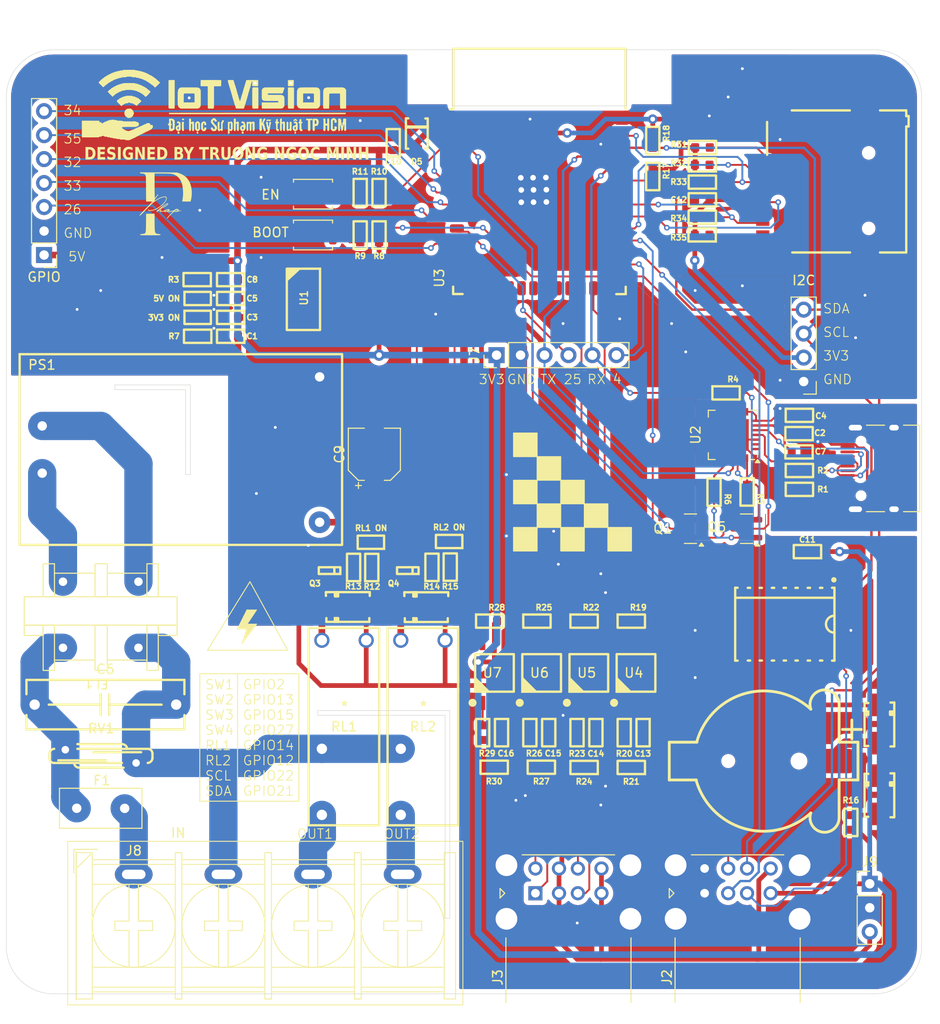
<source format=kicad_pcb>
(kicad_pcb (version 20240108) (generator "pcbnew") (generator_version "8.0")
  (layers (0 "F.Cu" signal) (31 "B.Cu" signal) (34 "B.Paste" user) (35 "F.Paste" user) (36 "B.SilkS" user "B.Silkscreen") (37 "F.SilkS" user "F.Silkscreen") (38 "B.Mask" user) (39 "F.Mask" user) (44 "Edge.Cuts" user))
  (net 0 "")
  (net 1 "Net-(BT1-+)")
  (net 2 "GND")
  (net 3 "+5V")
  (net 4 "GNDUSB")
  (net 5 "VDDUSB")
  (net 6 "+3V3")
  (net 7 "/NC_RI")
  (net 8 "Net-(C6-Pad1)")
  (net 9 "Net-(U2-VDD)")
  (net 10 "/SW1")
  (net 11 "/SW3")
  (net 12 "/SW2")
  (net 13 "/SW4")
  (net 14 "Net-(D1-A)")
  (net 15 "Net-(D2-A)")
  (net 16 "Net-(IC1-VBAT)")
  (net 17 "Net-(D3-Pad1)")
  (net 18 "/AC_IN")
  (net 19 "Net-(PS1-AC{slash}N)")
  (net 20 "Net-(PS1-AC{slash}L)")
  (net 21 "/SCL")
  (net 22 "/SDA")
  (net 26 "/D_N")
  (net 27 "Net-(J1-CC2)")
  (net 29 "/D_P")
  (net 31 "Net-(J1-CC1)")
  (net 32 "/RX2")
  (net 33 "/TX2")
  (net 34 "/IO23")
  (net 36 "Net-(J4-DAT1)")
  (net 37 "/IO18")
  (net 38 "/IO19")
  (net 39 "Net-(J4-DAT2)")
  (net 40 "/IO5")
  (net 41 "/IO26")
  (net 42 "/IO25")
  (net 43 "/IO32")
  (net 44 "/RX")
  (net 45 "/IO33")
  (net 46 "/IO4")
  (net 47 "/TX")
  (net 48 "/IO0")
  (net 49 "/NO_RI1")
  (net 50 "/NO_RI2")
  (net 51 "Net-(LE1-Pad1)")
  (net 52 "Net-(LE2-Pad1)")
  (net 53 "Net-(LE3-Pad1)")
  (net 54 "Net-(LE4-Pad1)")
  (net 55 "/RTS")
  (net 56 "/EN")
  (net 57 "Net-(Q1-B)")
  (net 58 "/DTR")
  (net 59 "/Relay1")
  (net 60 "/Relay2")
  (net 61 "Net-(U2-TXD)")
  (net 62 "Net-(R9-Pad1)")
  (net 63 "Net-(R11-Pad1)")
  (net 64 "/ESP_SW1")
  (net 65 "Net-(R20-Pad1)")
  (net 66 "/ESP_SW3")
  (net 67 "Net-(R23-Pad1)")
  (net 68 "/ESP_SW2")
  (net 69 "Net-(R26-Pad1)")
  (net 70 "/ESP_SW4")
  (net 71 "Net-(R29-Pad1)")
  (net 73 "/ACTIVE")
  (net 74 "/DSR")
  (net 75 "/DCD")
  (net 80 "/CTS")
  (net 83 "/RI")
  (net 90 "/CMD")
  (net 91 "/SD2")
  (net 93 "/SVP")
  (net 94 "/SDO")
  (net 95 "/SDI")
  (net 96 "/CLK")
  (net 97 "/SVN")
  (net 98 "/SD3")
  (net 99 "Net-(Q5-B)")
  (net 100 "/IO34")
  (net 101 "/IO35")
  (footprint "IVS_FOOTPRINTS:C_0603" (layer "F.Cu") (at 169.546944 87.874856)
    (property "Reference" "C4")
    (property "Value" "100nF")
  )
  (footprint "IVS_FOOTPRINTS:PowerSuppy-ACDC-HLK_P01" (layer "F.Cu") (at 89.3 89)
    (property "Reference" "PS1")
    (property "Value" "HLK-PM01")
  )
  (footprint "IVS_FOOTPRINTS:ESP32-WROOM-32" (layer "F.Cu") (at 142 64.905)
    (property "Reference" "U3")
    (property "Value" "ESP32-WROOM-32")
  )
  (footprint "IVS_FOOTPRINTS:C-Polyester-Rect-L16.5mm-W5.0mm-P15.00mm-MKT" (layer "F.Cu") (at 88.5 118.52)
    (property "Reference" "C6")
    (property "Value" "1uF")
  )
  (footprint "IVS_FOOTPRINTS:R_0603" (layer "F.Cu") (at 135.979521 121.489131 -90)
    (property "Reference" "R29")
    (property "Value" "1k")
  )
  (footprint "IVS_FOOTPRINTS:R_0603" (layer "F.Cu") (at 151.73 125.175 180)
    (property "Reference" "R21")
    (property "Value" "10k")
  )
  (footprint "IVS_FOOTPRINTS:R_0603" (layer "F.Cu") (at 105.725 73.5 180)
    (property "Reference" "R3")
    (property "Value" "470")
  )
  (footprint "IVS_FOOTPRINTS:R_0603" (layer "F.Cu") (at 125 68.775 -90)
    (property "Reference" "R8")
    (property "Value" "12k")
  )
  (footprint "IVS_FOOTPRINTS:USB_C_Receptacle_XKB_U262-16XN-4BVC11" (layer "F.Cu") (at 178.5 93.5 90)
    (property "Reference" "J1" (hide yes))
    (property "Value" "USB_C_Receptacle" (hide yes))
  )
  (footprint "IVS_FOOTPRINTS:Package-Diode-D_SMA" (layer "F.Cu") (at 121.566317 108.203172)
    (property "Reference" "D1" (hide yes))
    (property "Value" "1N4007")
  )
  (footprint "Connector_PinHeader_2.54mm:PinHeader_1x06_P2.54mm_Vertical" (layer "F.Cu") (at 137.452732 81.5 90)
    (property "Reference" "J7")
    (property "Value" "Conn_01x06")
  )
  (footprint "IVS_FOOTPRINTS:L_0603" (layer "F.Cu") (at 105.775 75.5)
    (property "Reference" "5V ON")
    (property "Value" "Led")
  )
  (footprint "IVS_FOOTPRINTS:L_0603" (layer "F.Cu") (at 105.775 77.5)
    (property "Reference" "3V3 ON")
    (property "Value" "Led")
  )
  (footprint "IVS_FOOTPRINTS:R_0603" (layer "F.Cu") (at 159.253263 66.890683 180)
    (property "Reference" "R34")
    (property "Value" "10k")
  )
  (footprint "IVS_FOOTPRINTS:Relay-G5NB_1A_E_DC5" (layer "F.Cu") (at 123.6375 130)
    (property "Reference" "RL1")
    (property "Value" "Relay_G5NB-1A-E_DC5" (hide yes))
  )
  (footprint "IVS_FOOTPRINTS:R_0603" (layer "F.Cu") (at 154.007371 58.768048 -90)
    (property "Reference" "R18")
    (property "Value" "4k7")
  )
  (footprint "IVS_FOOTPRINTS:R_0603" (layer "F.Cu") (at 142.1983 125.151113)
    (property "Reference" "R27")
    (property "Value" "10k")
  )
  (footprint "IVS_FOOTPRINTS:C_0603" (layer "F.Cu") (at 147.979521 121.489131 -90)
    (property "Reference" "C14")
    (property "Value" "10uF")
  )
  (footprint "IVS_FOOTPRINTS:C_0603" (layer "F.Cu") (at 109.275 77.5 180)
    (property "Reference" "C3")
    (property "Value" "100nF")
  )
  (footprint "IVS_FOOTPRINTS:Package-Diode-D_SMA" (layer "F.Cu") (at 129.880735 108.220175)
    (property "Reference" "D2" (hide yes))
    (property "Value" "1N4007")
  )
  (footprint "IVS_FOOTPRINTS:R_0603" (layer "F.Cu") (at 146.73 109.675)
    (property "Reference" "R22")
    (property "Value" "1k")
  )
  (footprint "IVS_FOOTPRINTS:C_0603" (layer "F.Cu") (at 109.275 79.5 180)
    (property "Reference" "C1")
    (property "Value" "1uF")
  )
  (footprint "IVS_FOOTPRINTS:R_0603" (layer "F.Cu") (at 145.979521 121.489131 -90)
    (property "Reference" "R23")
    (property "Value" "1k")
  )
  (footprint "IVS_FOOTPRINTS:SOT233" (layer "F.Cu") (at 117.043642 75.435124 -90)
    (property "Reference" "U1")
    (property "Value" "AMS1117")
  )
  (footprint "IVS_FOOTPRINTS:OptoIsolation-EL357N-G" (layer "F.Cu") (at 137.23 115.175 90)
    (property "Reference" "U7")
    (property "Value" "Opto")
  )
  (footprint "Button_Switch_SMD:SW_Push_SPST_NO_Alps_SKRK" (layer "F.Cu") (at 118 64.45 180)
    (property "Reference" "EN")
    (property "Value" "SW_Push")
  )
  (footprint "IVS_FOOTPRINTS:C_0603" (layer "F.Cu") (at 126.5 59 90)
    (property "Reference" "C10")
    (property "Value" "100uF")
  )
  (footprint "IVS_FOOTPRINTS:R_0603" (layer "F.Cu") (at 137.1983 125.151113)
    (property "Reference" "R30")
    (property "Value" "10k")
  )
  (footprint "IVS_FOOTPRINTS:TerminalBlock-Vert-THT-8P-P9.5mm-Screw_HB9500" (layer "F.Cu") (at 99 136.5)
    (property "Reference" "J8")
    (property "Value" "AC IN/OUT")
  )
  (footprint "IVS_FOOTPRINTS:R_0603" (layer "F.Cu") (at 130.606091 103.97704 90)
    (property "Reference" "R14")
    (property "Value" "100K")
  )
  (footprint "IVS_FOOTPRINTS:R_0603" (layer "F.Cu") (at 159.239068 68.760091 180)
    (property "Reference" "R35")
    (property "Value" "10k")
  )
  (footprint "IVS_FOOTPRINTS:R_0603" (layer "F.Cu") (at 105.775 79.5 180)
    (property "Reference" "R7")
    (property "Value" "470")
  )
  (footprint "Connector_PinHeader_2.54mm:PinHeader_1x03_P2.54mm_Vertical" (layer "F.Cu") (at 177 137.5)
    (property "Reference" "J9")
    (property "Value" "Power")
  )
  (footprint "Package_DFN_QFN:QFN-28-1EP_5x5mm_P0.5mm_EP3.35x3.35mm" (layer "F.Cu") (at 162.5 89.95 180)
    (property "Reference" "U2")
    (property "Value" "CP2102N-Axx-xQFN28")
  )
  (footprint "IVS_FOOTPRINTS:C_0603" (layer "F.Cu") (at 137.979521 121.489131 -90)
    (property "Reference" "C16")
    (property "Value" "10uF")
  )
  (footprint "IVS_FOOTPRINTS:Package-Diode-D_SOD_123" (layer "F.Cu") (at 129 58 -90)
    (property "Reference" "D5")
    (property "Value" "5.1V" (hide yes))
  )
  (footprint "IVS_FOOTPRINTS:Logo_Phap_F" (layer "F.Cu") (at 102.5 65.5)
    (property "Reference" "REF**" (hide yes))
    (property "Value" "LOGO" (hide yes))
  )
  (footprint "IVS_FOOTPRINTS:LoGo_IoTVision3" (layer "F.Cu") (at 107.5 55)
    (property "Reference" "REF**" (hide yes))
    (property "Value" "LOGO" (hide yes))
  )
  (footprint "IVS_FOOTPRINTS:Relay-G5NB_1A_E_DC5" (layer "F.Cu") (at 132 130)
    (property "Reference" "RL2")
    (property "Value" "Relay_G5NB-1A-E_DC5" (hide yes))
  )
  (footprint "IVS_FOOTPRINTS:SOT23-3" (layer "F.Cu") (at 128.044321 104.32446 180)
    (property "Reference" "Q4")
    (property "Value" "NMOS")
  )
  (footprint "IVS_FOOTPRINTS:R_0603" (layer "F.Cu") (at 125 64.275 90)
    (property "Reference" "R10")
    (property "Value" "12k")
  )
  (footprint "Fuse:Fuse_Littelfuse_395Series" (layer "F.Cu") (at 92.96 129.5)
    (property "Reference" "F1")
    (property "Value" "Polyfuse")
  )
  (footprint "IVS_FOOTPRINTS:ACFilterChoke-UU9.8" (layer "F.Cu") (at 95.55 109.1 180)
    (property "Reference" "FL1" (hide yes))
    (property "Value" "Filter_EMI_LL")
  )
  (footprint "IVS_FOOTPRINTS:C_0603" (layer "F.Cu") (at 170.398562 102.311778 180)
    (property "Reference" "C11")
    (property "Value" "100uF")
  )
  (footprint "IVS_FOOTPRINTS:R_0603" (layer "F.Cu") (at 151.73 109.675)
    (property "Reference" "R19")
    (property "Value" "1k")
  )
  (footprint "IVS_FOOTPRINTS:C_0603" (layer "F.Cu") (at 169.504004 91.750286 180)
    (property "Reference" "C7")
    (property "Value" "100nF")
  )
  (footprint "IVS_FOOTPRINTS:R_0603" (layer "F.Cu") (at 150.979521 121.489131 -90)
    (property "Reference" "R20")
    (property "Value" "1k")
  )
  (footprint "IVS_FOOTPRINTS:Socket_MicroSD-9P" (layer "F.Cu") (at 176.88975 63.475 90)
    (property "Reference" "J4" (hide yes))
    (property "Value" "Micro_SD_Card_Det1")
  )
  (footprint "IVS_FOOTPRINTS:R_0603" (layer "F.Cu") (at 161.775 85.5)
    (property "Reference" "R4")
    (property "Value" "470")
  )
  (footprint "IVS_FOOTPRINTS:R_0603" (layer "F.Cu") (at 146.73 125.175 180)
    (property "Reference" "R24")
    (property "Value" "10k")
  )
  (footprint "IVS_FOOTPRINTS:R_0603" (layer "F.Cu") (at 123 64.275 -90)
    (property "Reference" "R11")
    (property "Value" "470")
  )
  (footprint "Connector_PinHeader_2.54mm:PinHeader_1x04_P2.54mm_Vertical" (layer "F.Cu") (at 170 84.3 180)
    (property "Reference" "I2C")
    (property "Value" "I2C")
  )
  (footprint "IVS_FOOTPRINTS:OptoIsolation-EL357N-G" (layer "F.Cu") (at 152.23 115.175 90)
    (property "Reference" "U4")
    (property "Value" "Opto")
  )
  (footprint "IVS_FOOTPRINTS:R_0603" (layer "F.Cu") (at 140.979521 121.489131 -90)
    (property "Reference" "R26")
    (property "Value" "1k")
  )
  (footprint "Package_TO_SOT_SMD:SOT-23" (layer "F.Cu") (at 158 99.88541 180)
    (property "Reference" "Q1")
    (property "Value" "SS8050")
  )
  (footprint "IVS_FOOTPRINTS:L_0603" (layer "F.Cu") (at 132.425508 101.238813 180)
    (property "Reference" "RL2 ON")
    (property "Value" "Led")
  )
  (footprint "Connector_USB:USB_A_CUI_UJ2-ADH-TH_Horizontal_Stacked" (layer "F.Cu") (at 159.499998 138.5 90)
    (property "Reference" "J2")
    (property "Value" "SHT31/HMI")
  )
  (footprint "IVS_FOOTPRINTS:OptoIsolation-EL357N-G" (layer "F.Cu") (at 147.23 115.175 90)
    (property "Reference" "U5")
    (property "Value" "Opto")
  )
  (footprint "IVS_FOOTPRINTS:SOIC-16W_7.5x10.3mm_P1.27mm" (layer "F.Cu") (at 168 110 -90)
    (property "Reference" "IC1" (hide yes))
    (property "Value" "RTC_DS3231M" (hide yes))
  )
  (footprint "IVS_FOOTPRINTS:R_0603" (layer "F.Cu") (at 159.248091 61.343984 180)
    (property "Reference" "R32")
    (property "Value" "10k")
  )
  (footprint "Button_Switch_SMD:SW_Push_SPST_NO_Alps_SKRK" (layer "F.Cu") (at 118 68.775 180)
    (property "Reference" "BOOT")
    (property "Value" "SW_Push")
  )
  (footprint "IVS_FOOTPRINTS:R_0603" (layer "F.Cu") (at 160.5 96.01569 -90)
    (property "Reference" "R6")
    (property "Value" "12k")
  )
  (footprint "IVS_FOOTPRINTS:C_0603" (layer "F.Cu") (at 159.260806 65.043012 180)
    (property "Reference" "C12")
    (property "Value" "100uF")
  )
  (footprint "IVS_FOOTPRINTS:R_0603" (layer "F.Cu") (at 132.544321 103.953121 90)
    (property "Reference" "R15")
    (property "Value" "1k")
  )
  (footprint "IVS_FOOTPRINTS:C_0603" (layer "F.Cu") (at 109.275 75.5 180)
    (property "Reference" "C5")
    (property "Value" "1uF")
  )
  (footprint "Capacitor_SMD:CP_Elec_5x3" (layer "F.Cu") (at 124.5 92 90)
    (property "Reference" "C9")
    (property "Value" "220uF")
  )
  (footprint "IVS_FOOTPRINTS:R_0603" (layer "F.Cu") (at 175 131 90)
    (property "Reference" "R16")
    (property "Value" "1k")
  )
  (footprint "Package_TO_SOT_SMD:SOT-23" (layer "F.Cu") (at 163.9375 99.88541 180)
    (property "Reference" "Q5")
    (property "Value" "SS8050")
  )
  (footprint "IVS_FOOTPRINTS:R_0603" (layer "F.Cu") (at 164 95.993714 -90)
    (property "Reference" "R5")
    (property "Value" "12k")
  )
  (footprint "Connector_PinHeader_2.54mm:PinHeader_1x07_P2.54mm_Vertical" (layer "F.Cu") (at 89.5 70.895 180)
    (property "Reference" "GPIO")
    (property "Value" "Conn_01x07")
  )
  (footprint "IVS_FOOTPRINTS:C_0603" (layer "F.Cu") (at 152.979521 121.489131 -90)
    (property "Reference" "C13")
    (property "Value" "10uF")
  )
  (footprint "IVS_FOOTPRINTS:R_0603" (layer "F.Cu") (at 124.228182 103.995966 90)
    (property "Reference" "R12")
    (property "Value" "1k")
  )
  (footprint "IVS_FOOTPRINTS:C_0603" (layer "F.Cu") (at 169.510354 89.812539 180)
    (property "Reference" "C2")
    (property "Value" "10uF")
  )
  (footprint "IVS_FOOTPRINTS:Package-Diode-D_SMA" (layer "F.Cu") (at 178 120.5 -90)
    (property "Reference" "D4" (hide yes))
    (property "Value" "SS54F")
  )
  (footprint "Connector_USB:USB_A_CUI_UJ2-ADH-TH_Horizontal_Stacked" (layer "F.Cu") (at 141.57 138.5 90)
    (property "Reference" "J3")
    (property "Value" "SW1/2/3/4")
  )
  (footprint "IVS_FOOTPRINTS:C_0603" (layer "F.Cu") (at 109.275 73.5 180)
    (property "Reference" "C8")
    (property "Value" "100nF")
  )
  (footprint "IVS_FOOTPRINTS:Package-Diode-D_SMA" (layer "F.Cu") (at 178 128 -90)
    (property "Reference" "D3" (hide yes))
    (property "Value" "SS54F")
  )
  (footprint "IVS_FOOTPRINTS:R_0603" (layer "F.Cu") (at 141.73 109.675)
    (property "Reference" "R25")
    (property "Value" "1k")
  )
  (footprint "IVS_FOOTPRINTS:R_0603" (layer "F.Cu") (at 154.007371 62.579322 -90)
    (property "Reference" "R17")
    (property "Value" "4k7")
  )
  (footprint "IVS_FOOTPRINTS:C_0603" (layer "F.Cu") (at 142.979521 121.489131 -90)
    (property "Reference" "C15")
    (property "Value" "10uF")
  )
  (footprint "IVS_FOOTPRINTS:BatteryHolder-SMD-CR1220" (layer "F.Cu") (at 165.7535 124.5)
    (property "Reference" "BT1" (hide yes))
    (property "Value" "Battery_Cell" (hide yes))
  )
  (footprint "IVS_FOOTPRINTS:R_0603" (layer "F.Cu") (at 123 68.775 90)
    (property "Reference" "R9")
    (property "Value" "470")
  )
  (footprint "IVS_FOOTPRINTS:SOT23-3" (layer "F.Cu") (at 119.753922 104.32446 180)
    (property "Reference" "Q3")
    (property "Value" "NMOS")
  )
  (footprint "IVS_FOOTPRINTS:R_0603" (layer "F.Cu") (at 169.546625 95.718522)
    (property "Reference" "R1")
    (property "Value" "5k1")
  )
  (footprint "IVS_FOOTPRINTS:R_0603" (layer "F.Cu") (at 169.546625 93.718522)
    (property "Reference" "R2")
    (property "Value" "5k1")
  )
  (footprint "IVS_FOOTPRINTS:OptoIsolation-EL357N-G" (layer "F.Cu") (at 142.23 115.175 90)
    (property "Reference" "U6")
    (property "Value" "Opto")
  )
  (footprint "IVS_FOOTPRINTS:Varistor-RV-Disc-D12mm-W3.9mm-P7.5mm" (layer "F.Cu") (at 99.25 124.7 180)
    (property "Reference" "RV1")
    (property "Value" "Varistor")
  )
  (footprint "IVS_FOOTPRINTS:R_0603" (layer "F.Cu") (at 159.275 59.5 180)
    (property "Reference" "R31")
    (property "Value" "10k")
  )
  (footprint "IVS_FOOTPRINTS:R_0603" (layer "F.Cu") (at 122.301186 103.988409 90)
    (property "Reference" "R13")
    (property "Value" "100K")
  )
  (footprint "IVS_FOOTPRINTS:R_0603" (layer "F.Cu") (at 136.73 109.675)
    (property "Reference" "R28")
    (property "Value" "1k")
  )
  (footprint "IVS_FOOTPRINTS:R_0603" (layer "F.Cu") (at 159.260373 63.169708 180)
    (property "Reference" "R33")
    (property "Value" "10k")
  )
  (footprint "IVS_FOOTPRINTS:L_0603" (layer "F.Cu") (at 124.132834 101.317836 180)
    (property "Reference" "RL1 ON")
    (property "Value" "Led")
  )
  (gr_line (start 112 110) (end 111 110) (stroke (width 0.1)) (layer "F.SilkS"))
  (gr_poly (pts (xy 139.25 89.75) (xy 139.25 92.25) (xy 141.75 92.25) (xy 141.75 89.75)) (stroke (width 0.1)) (fill solid) (layer "F.SilkS"))
  (gr_poly (pts (xy 139.25 94.75) (xy 139.25 97.25) (xy 141.75 97.25) (xy 141.75 99.75) (xy 139.25 99.75) (xy 139.25 102.25) (xy 141.75 102.25) (xy 141.75 99.75) (xy 144.25 99.75) (xy 144.25 102.25) (xy 146.75 102.25) (xy 146.75 99.75) (xy 149.25 99.75) (xy 149.25 102.25) (xy 151.75 102.25) (xy 151.75 99.75) (xy 149.25 99.75) (xy 149.25 97.25) (xy 146.75 97.25) (xy 146.75 99.75) (xy 144.25 99.75) (xy 144.25 97.25) (xy 141.75 97.25) (xy 141.75 94.75) (xy 144.25 94.75) (xy 144.25 97.25) (xy 146.75 97.25) (xy 146.75 94.75) (xy 144.25 94.75) (xy 144.25 92.25) (xy 141.75 92.25) (xy 141.75 94.75)) (stroke (width 0.1)) (fill solid) (layer "F.SilkS"))
  (gr_line (start 112 108.5) (end 111 108.5) (stroke (width 0.1)) (layer "F.SilkS"))
  (gr_line (start 115.315739 112.752531) (end 111.315739 105.5) (stroke (width 0.1)) (layer "F.SilkS"))
  (gr_line (start 111 110.5) (end 110.5 112) (stroke (width 0.1)) (layer "F.SilkS"))
  (gr_line (start 110.5 112) (end 112 110) (stroke (width 0.1)) (layer "F.SilkS"))
  (gr_line (start 110 110.5) (end 111 110.5) (stroke (width 0.1)) (layer "F.SilkS"))
  (gr_line (start 111.315739 105.5) (end 106.815739 112.752531) (stroke (width 0.1)) (layer "F.SilkS"))
  (gr_line (start 110 115.25) (end 110 128.75) (stroke (width 0.1)) (layer "F.SilkS"))
  (gr_line (start 106.815739 112.752531) (end 115.315739 112.752531) (stroke (width 0.1)) (layer "F.SilkS"))
  (gr_rect (start 106 115.25) (end 116.5 128.75) (stroke (width 0.1)) (fill none) (layer "F.SilkS"))
  (gr_line (start 111 110) (end 112 108.5) (stroke (width 0.1)) (layer "F.SilkS"))
  (gr_line (start 111 108.5) (end 110 110.5) (stroke (width 0.1)) (layer "F.SilkS"))
  (gr_arc (start 182.5 144.155) (mid 181.035534 147.690534) (end 177.5 149.155) (stroke (width 0.05)) (layer "Edge.Cuts"))
  (gr_arc (start 85.5 54.155) (mid 86.964466 50.619466) (end 90.5 49.155) (stroke (width 0.05)) (layer "Edge.Cuts"))
  (gr_line (start 132 119.655) (end 132 141.155) (stroke (width 0.05)) (layer "Edge.Cuts"))
  (gr_line (start 90.5 49.155) (end 132.75 49.15) (stroke (width 0.05)) (layer "Edge.Cuts"))
  (gr_line (start 182.5 144.155) (end 182.5 54.155) (stroke (width 0.05)) (layer "Edge.Cuts"))
  (gr_line (start 118.5 119.655) (end 132 119.655) (stroke (width 0.05)) (layer "Edge.Cuts"))
  (gr_line (start 151.25 49.15) (end 177 49.155) (stroke (width 0.05)) (layer "Edge.Cuts"))
  (gr_line (start 132.5 119.155) (end 118.5 119.155) (stroke (width 0.05)) (layer "Edge.Cuts"))
  (gr_line (start 97 84.655) (end 97 85.155) (stroke (width 0.05)) (layer "Edge.Cuts"))
  (gr_line (start 97 85.155) (end 104.5 85.155) (stroke (width 0.05)) (layer "Edge.Cuts"))
  (gr_line (start 151.25 55.1) (end 151.25 49.15) (stroke (width 0.05)) (layer "Edge.Cuts"))
  (gr_line (start 132.5 141.155) (end 132.5 119.155) (stroke (width 0.05)) (layer "Edge.Cuts"))
  (gr_line (start 177.5 149.155) (end 90.5 149.155) (stroke (width 0.05)) (layer "Edge.Cuts"))
  (gr_line (start 132.75 49.15) (end 132.75 55.1) (stroke (width 0.05)) (layer "Edge.Cuts"))
  (gr_line (start 104.5 94.155) (end 105 94.155) (stroke (width 0.05)) (layer "Edge.Cuts"))
  (gr_line (start 105 90.655) (end 105 84.655) (stroke (width 0.05)) (layer "Edge.Cuts"))
  (gr_line (start 105 94.155) (end 105 90.655) (stroke (width 0.05)) (layer "Edge.Cuts"))
  (gr_line (start 118.5 119.655) (end 118.5 119.155) (stroke (width 0.05)) (layer "Edge.Cuts"))
  (gr_line (start 104.5 90.655) (end 104.5 94.155) (stroke (width 0.05)) (layer "Edge.Cuts"))
  (gr_line (start 132.75 55.1) (end 151.25 55.1) (stroke (width 0.05)) (layer "Edge.Cuts"))
  (gr_line (start 85.5 144.155) (end 85.5 54.155) (stroke (width 0.05)) (layer "Edge.Cuts"))
  (gr_line (start 177 49.155) (end 177.5 49.155) (stroke (width 0.05)) (layer "Edge.Cuts"))
  (gr_arc (start 90.5 149.155) (mid 86.964466 147.690534) (end 85.5 144.155) (stroke (width 0.05)) (layer "Edge.Cuts"))
  (gr_line (start 132 141.155) (end 132.5 141.155) (stroke (width 0.05)) (layer "Edge.Cuts"))
  (gr_line (start 104.5 90.655) (end 104.5 85.155) (stroke (width 0.05)) (layer "Edge.Cuts"))
  (gr_arc (start 177.5 49.155) (mid 181.035534 50.619466) (end 182.5 54.155) (stroke (width 0.05)) (layer "Edge.Cuts"))
  (gr_line (start 105 84.655) (end 97 84.655) (stroke (width 0.05)) (layer "Edge.Cuts"))
  (gr_text "3V3\n" (at 172 82.155 0) (layer "F.SilkS") (effects (font (size 1 1) (thickness 0.1)) (justify left bottom)))
  (gr_text "32" (at 91.5 61.655 0) (layer "F.SilkS") (effects (font (size 1 1) (thickness 0.1)) (justify left bottom)))
  (gr_text "IN" (at 102.85 132.7 0) (layer "F.SilkS") (effects (font (size 1 1)) (justify left bottom)))
  (gr_text "GND\n" (at 138.5 84.655 0) (layer "F.SilkS") (effects (font (size 1 1) (thickness 0.1)) (justify left bottom)))
  (gr_text "GPIO2\nGPIO13\nGPIO15\nGPIO27\nGPIO14\nGPIO12\nGPIO22\nGPIO21" (at 110.5 128.25 0) (layer "F.SilkS") (effects (font (size 1 1) (thickness 0.1)) (justify left bottom)))
  (gr_text "26" (at 91.5 66.655 0) (layer "F.SilkS") (effects (font (size 1 1) (thickness 0.1)) (justify left bottom)))
  (gr_text "33" (at 91.5 64.155 0) (layer "F.SilkS") (effects (font (size 1 1) (thickness 0.1)) (justify left bottom)))
  (gr_text "OUT2" (at 125.45 132.8 0) (layer "F.SilkS") (effects (font (size 1 1) (thickness 0.1)) (justify left bottom)))
  (gr_text "SW1\nSW2\nSW3\nSW4\nRL1\nRL2\nSCL\nSDA" (at 106.5 128.25 0) (layer "F.SilkS") (effects (font (size 1 1) (thickness 0.1)) (justify left bottom)))
  (gr_text "TX" (at 142 84.655 0) (layer "F.SilkS") (effects (font (size 1 1) (thickness 0.1)) (justify left bottom)))
  (gr_text "OUT1" (at 116.25 132.8 0) (layer "F.SilkS") (effects (font (size 1 1) (thickness 0.1)) (justify left bottom)))
  (gr_text "3V3\n" (at 135.5 84.655 0) (layer "F.SilkS") (effects (font (size 1 1) (thickness 0.1)) (justify left bottom)))
  (gr_text "5V" (at 92 71.655 0) (layer "F.SilkS") (effects (font (size 1 1) (thickness 0.1)) (justify left bottom)))
  (gr_text "GND\n" (at 172 84.655 0) (layer "F.SilkS") (effects (font (size 1 1) (thickness 0.1)) (justify left bottom)))
  (gr_text "RX" (at 147 84.655 0) (layer "F.SilkS") (effects (font (size 1 1) (thickness 0.1)) (justify left bottom)))
  (gr_text "DESIGNED BY TRUONG NGOC MINH" (at 93.75 61 0) (layer "F.SilkS") (effects (font (size 1.3 1.1) (thickness 0.2) (bold yes)) (justify left bottom)))
  (gr_text "4" (at 149.691547 84.632543 0) (layer "F.SilkS") (effects (font (size 1 1) (thickness 0.1)) (justify left bottom)))
  (gr_text "34" (at 91.5 56.155 0) (layer "F.SilkS") (effects (font (size 1 1) (thickness 0.1)) (justify left bottom)))
  (gr_text "25" (at 144.5 84.655 0) (layer "F.SilkS") (effects (font (size 1 1) (thickness 0.1)) (justify left bottom)))
  (gr_text "SDA" (at 172 77.155 0) (layer "F.SilkS") (effects (font (size 1 1) (thickness 0.1)) (justify left bottom)))
  (gr_text "SCL" (at 172 79.655 0) (layer "F.SilkS") (effects (font (size 1 1) (thickness 0.1)) (justify left bottom)))
  (gr_text "35" (at 91.5 59.155 0) (layer "F.SilkS") (effects (font (size 1 1) (thickness 0.1)) (justify left bottom)))
  (gr_text "GND" (at 91.5 69.155 0) (layer "F.SilkS") (effects (font (size 1 1) (thickness 0.1)) (justify left bottom)))
  (segment (start 174.4 122.6) (end 178 122.6) (width 1) (layer "F.Cu") (net 1))
  (segment (start 173.6529 124.5) (end 173.6529 123.3471) (width 1) (layer "F.Cu") (net 1))
  (segment (start 173.6529 123.3471) (end 174.4 122.6) (width 1) (layer "F.Cu") (net 1))
  (via (at 107.5 78.655) (size 0.6) (drill 0.3) (layers "F.Cu" "B.Cu") (net 2))
  (via (at 176.5 75.155) (size 0.6) (drill 0.3) (layers "F.Cu" "B.Cu") (net 2))
  (via (at 140.5 128.155) (size 0.6) (drill 0.3) (layers "F.Cu" "B.Cu") (net 2))
  (via (at 106 66.155) (size 0.6) (drill 0.3) (layers "F.Cu" "B.Cu") (net 2))
  (via (at 160 56.155) (size 0.6) (drill 0.3) (layers "F.Cu" "B.Cu") (net 2))
  (via (at 167.5 84.155) (size 0.6) (drill 0.3) (layers "F.Cu" "B.Cu") (net 2))
  (via (at 144.5 78.155) (size 0.6) (drill 0.3) (layers "F.Cu" "B.Cu") (net 2))
  (via (at 163.5 74.155) (size 0.6) (drill 0.3) (layers "F.Cu" "B.Cu") (net 2))
  (via (at 117.5 101.655) (size 0.6) (drill 0.3) (layers "F.Cu" "B.Cu") (net 2))
  (via (at 156 78.155) (size 0.6) (drill 0.3) (layers "F.Cu" "B.Cu") (net 2))
  (via (at 146 141.655) (size 0.6) (drill 0.3) (layers "F.Cu" "B.Cu") (net 2))
  (via (at 111.868522 52.691851) (size 0.6) (drill 0.3) (layers "F.Cu" "B.Cu") (net 2))
  (via (at 148.5 59.155) (size 0.6) (drill 0.3) (layers "F.Cu" "B.Cu") (net 2))
  (via (at 117.537336 54.22686) (size 0.6) (drill 0.3) (layers "F.Cu" "B.Cu") (net 2))
  (via (at 143.5 100.155) (size 0.6) (drill 0.3) (layers "F.Cu" "B.Cu") (net 2))
  (via (at 115.637497 52.6751) (size 0.6) (drill 0.3) (layers "F.Cu" "B.Cu") (net 2))
  (via (at 112.5 71.155) (size 0.6) (drill 0.3) (layers "F.Cu" "B.Cu") (net 2))
  (via (at 95.5 74.655) (size 0.6) (drill 0.3) (layers "F.Cu" "B.Cu") (net 2))
  (via (at 104.878293 54.247164) (size 0.6) (drill 0.3) (layers "F.Cu" "B.Cu") (net 2))
  (via (at 162 54.155) (size 0.6) (drill 0.3) (layers "F.Cu" "B.Cu") (net 2))
  (via (at 158.5 115.655) (size 0.6) (drill 0.3) (layers "F.Cu" "B.Cu") (net 2))
  (via (at 112 96.155) (size 0.6) (drill 0.3) (layers "F.Cu" "B.Cu") (net 2))
  (via (at 141 56.5) (size 0.6) (drill 0.3) (layers "F.Cu" "B.Cu") (net 2))
  (via (at 112.5 62.655) (size 0.6) (drill 0.3) (layers "F.Cu" "B.Cu") (net 2))
  (via (at 175.5 79.655) (size 0.6) (drill 0.3) (layers "F.Cu" "B.Cu") (net 2))
  (via (at 163.5 51.155) (size 0.6) (drill 0.3) (layers "F.Cu" "B.Cu") (net 2))
  (via (at 107.5 76.655) (size 0.6) (drill 0.3) (layers "F.Cu" "B.Cu") (net 2))
  (via (at 149 127.155) (size 0.6) (drill 0.3) (layers "F.Cu" "B.Cu") (net 2))
  (via (at 167.5 58.655) (size 0.6) (drill 0.3) (layers "F.Cu" "B.Cu") (net 2))
  (via (at 138.5 100.655) (size 0.6) (drill 0.3) (layers "F.Cu" "B.Cu") (net 2))
  (via (at 123 56.655) (size 0.6) (drill 0.3) (layers "F.Cu" "B.Cu") (net 2))
  (via (at 148.5 129.155) (size 0.6) (drill 0.3) (layers "F.Cu" "B.Cu") (net 2))
  (via (at 149 106.655) (size 0.6) (drill 0.3) (layers "F.Cu" "B.Cu") (net 2))
  (via (at 107.5 75.155) (size 0.6) (drill 0.3) (layers "F.Cu" "B.Cu") (net 2))
  (via (at 131 77.155) (size 0.6) (drill 0.3) (layers "F.Cu" "B.Cu") (net 2))
  (via (at 158.5 110.655) (size 0.6) (drill 0.3) (layers "F.Cu" "B.Cu") (net 2))
  (via (at 114 89.155) (size 0.6) (drill 0.3) (layers "F.Cu" "B.Cu") (net 2))
  (via (at 102 71.155) (size 0.6) (drill 0.3) (layers "F.Cu" "B.Cu") (net 2))
  (via (at 144.5 119.655) (size 0.6) (drill 0.3) (layers "F.Cu" "B.Cu") (net 2))
  (via (at 93 76.655) (size 0.6) (drill 0.3) (layers "F.Cu" "B.Cu") (net 2))
  (via (at 144 103.655) (size 0.6) (drill 0.3) (layers "F.Cu" "B.Cu") (net 2))
  (via (at 138.5 94.155) (size 0.6) (drill 0.3) (layers "F.Cu" "B.Cu") (net 2))
  (via (at 175 110.655) (size 0.6) (drill 0.3) (layers "F.Cu" "B.Cu") (net 2))
  (via (at 150.5 77.655) (size 0.6) (drill 0.3) (layers "F.Cu" "B.Cu") (net 2))
  (via (at 139.5 128.655) (size 0.6) (drill 0.3) (layers "F.Cu" "B.Cu") (net 2))
  (via (at 158.5 74.655) (size 0.6) (drill 0.3) (layers "F.Cu" "B.Cu") (net 2))
  (via (at 157.5 81.155) (size 0.6) (drill 0.3) (layers "F.Cu" "B.Cu") (net 2))
  (via (at 148.5 104.655) (size 0.6) (drill 0.3) (layers "F.Cu" "B.Cu") (net 2))
  (segment (start 97.74 70.895) (end 89.5 70.895) (width 0.7) (layer "F.Cu") (net 3))
  (segment (start 146 145.5) (end 148.5 145.5) (width 0.5) (layer "F.Cu") (net 3))
  (segment (start 132.5 116.5) (end 137.5 116.5) (width 0.5) (layer "F.Cu") (net 3))
  (segment (start 144.07 138.5) (end 144.07 143.57) (width 0.5) (layer "F.Cu") (net 3))
  (segment (start 147.5 116.5) (end 151.5 116.5) (width 0.5) (layer "F.Cu") (net 3))
  (segment (start 165.239152 137.140846) (end 165.239152 145.5) (width 0.5) (layer "F.Cu") (net 3))
  (segment (start 131.980735 108.220175) (end 132.544321 107.656589) (width 0.5) (layer "F.Cu") (net 3))
  (segment (start 144.369702 121.369702) (end 144.369702 135.580298) (width 0.5) (layer "F.Cu") (net 3))
  (segment (start 148.57 138.5) (end 148.57 145.43) (width 0.5) (layer "F.Cu") (net 3))
  (segment (start 110.05 79.5) (end 110.05 77.5) (width 0.7) (layer "F.Cu") (net 3))
  (segment (start 118.845 116.5) (end 123.5 116.5) (width 0.5) (layer "F.Cu") (net 3))
  (segment (start 123.5 116.5) (end 132.5 116.5) (width 0.5) (layer "F.Cu") (net 3))
  (segment (start 124.5 96.5) (end 121.8 99.2) (width 0.7) (layer "F.Cu") (net 3))
  (segment (start 115.5 94.2) (end 116.5 94.2) (width 0.5) (layer "F.Cu") (net 3))
  (segment (start 123.6375 111.700001) (end 123.6375 108.231989) (width 0.5) (layer "F.Cu") (net 3))
  (segment (start 148.5 145.5) (end 165 145.5) (width 0.5) (layer "F.Cu") (net 3))
  (segment (start 142.5 120.23461) (end 142.5 116.5) (width 0.5) (layer "F.Cu") (net 3))
  (segment (start 110.05 81.5) (end 110.05 79.5) (width 0.7) (layer "F.Cu") (net 3))
  (segment (start 107.5 81.5) (end 101 81.5) (width 0.7) (layer "F.Cu") (net 3))
  (segment (start 116.5 114.155) (end 118.845 116.5) (width 0.5) (layer "F.Cu") (net 3))
  (segment (start 166.499998 135.88) (end 165.239152 137.140846) (width 0.5) (layer "F.Cu") (net 3))
  (segment (start 142.5 116.5) (end 147.5 116.5) (width 0.5) (layer "F.Cu") (net 3))
  (segment (start 101 81.5) (end 99 79.5) (width 0.7) (layer "F.Cu") (net 3))
  (segment (start 177 144) (end 177 142.58) (width 0.5) (layer "F.Cu") (net 3))
  (segment (start 116.5 94.2) (end 116.5 114.155) (width 0.5) (layer "F.Cu") (net 3))
  (segment (start 132 116.5) (end 132 111.700001) (width 0.5) (layer "F.Cu") (net 3))
  (segment (start 106.55 79.5) (end 106.55 81.5) (width 0.7) (layer "F.Cu") (net 3))
  (segment (start 99 72.155) (end 97.74 70.895) (width 0.7) (layer "F.Cu") (net 3))
  (segment (start 148.57 145.43) (end 148.5 145.5) (width 0.5) (layer "F.Cu") (net 3))
  (segment (start 165.239152 145.5) (end 165 145.5) (width 0.5) (layer "F.Cu") (net 3))
  (segment (start 123.6375 116.3625) (end 123.6375 111.700001) (width 0.5) (layer "F.Cu") (net 3))
  (segment (start 152.277628 117.277628) (end 152.277628 120.012238) (width 0.5) (layer "F.Cu") (net 3))
  (segment (start 144.07 143.57) (end 146 145.5) (width 0.5) (layer "F.Cu") (net 3))
  (segment (start 137.5 120.23461) (end 137.5 116.5) (width 0.5) (layer "F.Cu") (net 3))
  (segment (start 144.369702 135.580298) (end 144.07 135.88) (width 0.5) (layer "F.Cu") (net 3))
  (segment (start 132.544321 107.656589) (end 132.544321 104.728121) (width 0.5) (layer "F.Cu") (net 3))
  (segment (start 124.5 94.2) (end 124.5 96.5) (width 0.7) (layer "F.Cu") (net 3))
  (segment (start 143.714131 120.714131) (end 144.369702 121.369702) (width 0.5) (layer "F.Cu") (net 3))
  (segment (start 99 79.5) (end 99 72.155) (width 0.7) (layer "F.Cu") (net 3))
  (segment (start 121.8 99.2) (end 118.7 99.2) (width 0.7) (layer "F.Cu") (net 3))
  (segment (start 123.5 116.5) (end 123.6375 116.3625) (width 0.5) (layer "F.Cu") (net 3))
  (segment (start 175.5 145.5) (end 177 144) (width 0.5) (layer "F.Cu") (net 3))
  (segment (start 132.5 116.5) (end 132 116.5) (width 0.5) (layer "F.Cu") (net 3))
  (segment (start 123.666317 111.671184) (end 123.6375 111.700001) (width 0.7) (layer "F.Cu") (net 3))
  (segment (start 113.473518 77.5) (end 113.858642 77.885124) (width 0.7) (layer "F.Cu") (net 3))
  (segment (start 152.277628 120.012238) (end 152.979521 120.714131) (width 0.5) (layer "F.Cu") (net 3))
  (segment (start 165 145.5) (end 175.5 145.5) (width 0.5) (layer "F.Cu") (net 3))
  (segment (start 132 108.23944) (end 131.980735 108.220175) (width 0.5) (layer "F.Cu") (net 3))
  (segment (start 123.6375 108.231989) (end 123.666317 108.203172) (width 0.5) (layer "F.Cu") (net 3))
  (segment (start 110.06559 90.56559) (end 110.06559 81.51559) (width 0.7) (layer "F.Cu") (net 3))
  (segment (start 131.980735 111.680736) (end 132 111.700001) (width 0.7) (layer "F.Cu") (net 3))
  (segment (start 107.5 81.5) (end 110.05 81.5) (width 0.7) (layer "F.Cu") (net 3))
  (segment (start 142.979521 120.714131) (end 143.714131 120.714131) (width 0.5) (layer "F.Cu") (net 3))
  (segment (start 148.57 135.88) (end 148.57 138.5) (width 0.5) (layer "F.Cu") (net 3))
  (segment (start 110.05 77.5) (end 113.473518 77.5) (width 0.7) (layer "F.Cu") (net 3))
  (segment (start 137.979521 120.714131) (end 137.5 120.23461) (width 0.5) (layer "F.Cu") (net 3))
  (segment (start 142.979521 120.714131) (end 142.5 120.23461) (width 0.5) (layer "F.Cu") (net 3))
  (segment (start 113.7 94.2) (end 110.06559 90.56559) (width 0.7) (layer "F.Cu") (net 3))
  (segment (start 147.979521 120.714131) (end 147.5 120.23461) (width 0.5) (layer "F.Cu") (net 3))
  (segment (start 151.5 116.5) (end 152.277628 117.277628) (width 0.5) (layer "F.Cu") (net 3))
  (segment (start 115.5 94.2) (end 113.7 94.2) (width 0.7) (layer "F.Cu") (net 3))
  (segment (start 147.5 120.23461) (end 147.5 116.5) (width 0.5) (layer "F.Cu") (net 3))
  (segment (start 123.666317 108.203172) (end 124.228182 107.641307) (width 0.5) (layer "F.Cu") (net 3))
  (segment (start 137.5 116.5) (end 142.5 116.5) (width 0.5) (layer "F.Cu") (net 3))
  (segment (start 124.228182 107.641307) (end 124.228182 104.770966) (width 0.5) (layer "F.Cu") (net 3))
  (segment (start 110.06559 81.51559) (end 110.05 81.5) (width 0.7) (layer "F.Cu") (net 3))
  (segment (start 124.5 94.2) (end 115.5 94.2) (width 0.7) (layer "F.Cu") (net 3))
  (segment (start 132 111.700001) (end 132 108.23944) (width 0.5) (layer "F.Cu") (net 3))
  (segment (start 106.55 81.5) (end 107.5 81.5) (width 0.7) (layer "F.Cu") (net 3))
  (segment (start 144.07 135.88) (end 144.07 138.5) (width 0.5) (layer "F.Cu") (net 3))
  (segment (start 162.5 89.95) (end 164.705 92.155) (width 0.2) (layer "F.Cu") (net 4))
  (segment (start 164.705 92.155) (end 165 92.155) (width 0.2) (layer "F.Cu") (net 4))
  (segment (start 174.65 96.55) (end 174.65 96.85) (width 0.2) (layer "F.Cu") (net 4))
  (segment (start 163 90.45) (end 162.5 89.95) (width 0.2) (layer "F.Cu") (net 4))
  (segment (start 174.65 90.45) (end 174.65 90.15) (width 0.2) (layer "F.Cu") (net 4))
  (segment (start 164.95 90.45) (end 163 90.45) (width 0.2) (layer "F.Cu") (net 4))
  (via (at 171.5 90.655) (size 0.6) (drill 0.3) (layers "F.Cu" "B.Cu") (net 4))
  (via (at 167.5 87.155) (size 0.6) (drill 0.3) (layers "F.Cu" "B.Cu") (net 4))
  (segment (start 167.125144 87.874856) (end 168.771944 87.874856) (width 0.2) (layer "F.Cu") (net 5))
  (segment (start 176.729132 95.270868) (end 176.729132 91.674183) (width 0.25) (layer "F.Cu") (net 5))
  (segment (start 176.364949 91.31) (end 175.785051 91.31) (width 0.25) (layer "F.Cu") (net 5))
  (segment (start 171.812539 89.812539) (end 170.285354 89.812539) (width 0.3) (layer "F.Cu") (net 5))
  (segment (start 174.65 95.75) (end 174.65 96.05) (width 0.2) (layer "F.Cu") (net 5))
  (segment (start 168.771944 87.874856) (end 170.285354 89.388266) (width 0.3) (layer "F.Cu") (net 5))
  (segment (start 164.95 88.45) (end 166.55 88.45) (width 0.2) (layer "F.Cu") (net 5))
  (segment (start 164 87.5) (end 164.532284 87.5) (width 0.2) (layer "F.Cu") (net 5))
  (segment (start 164.532284 87.5) (end 164.95 87.917716) (width 0.2) (layer "F.Cu") (net 5))
  (segment (start 170.285354 89.388266) (end 170.285354 89.812539) (width 0.3) (layer "F.Cu") (net 5))
  (segment (start 175.785051 91.31) (end 175.425051 90.95) (width 0.25) (layer "F.Cu") (net 5))
  (segment (start 174.65 91.05) (end 174.551833 91.148167) (width 0.5) (layer "F.Cu") (net 5))
  (segment (start 166.55 88.45) (end 167.125144 87.874856) (width 0.2) (layer "F.Cu") (net 5))
  (segment (start 175.425051 96.05) (end 175.785051 95.69) (width 0.25) (layer "F.Cu") (net 5))
  (segment (start 175.785051 95.69) (end 176.31 95.69) (width 0.25) (layer "F.Cu") (net 5))
  (segment (start 174.65 96.05) (end 175.425051 96.05) (width 0.25) (layer "F.Cu") (net 5))
  (segment (start 175.425051 90.95) (end 174.65 90.95) (width 0.25) (layer "F.Cu") (net 5))
  (segment (start 174.65 91.25) (end 174.65 90.95) (width 0.2) (layer "F.Cu") (net 5))
  (segment (start 174.65 90.95) (end 172.95 90.95) (width 0.3) (layer "F.Cu") (net 5))
  (segment (start 176.31 95.69) (end 176.729132 95.270868) (width 0.25) (layer "F.Cu") (net 5))
  (segment (start 164.95 87.917716) (end 164.95 88.45) (width 0.2) (layer "F.Cu") (net 5))
  (segment (start 172.95 90.95) (end 171.812539 89.812539) (width 0.3) (layer "F.Cu") (net 5))
  (segment (start 176.729132 91.674183) (end 176.364949 91.31) (width 0.25) (layer "F.Cu") (net 5))
  (segment (start 157 61) (end 156.195678 61.804322) (width 0.5) (layer "F.Cu") (net 6))
  (segment (start 158.5 71.5) (end 158.464068 71.464068) (width 0.5) (layer "F.Cu") (net 6))
  (segment (start 157 59.5) (end 157 61) (width 0.5) (layer "F.Cu") (net 6))
  (segment (start 110 61) (end 111.225 59.775) (width 0.7) (layer "F.Cu") (net 6))
  (segment (start 158.478263 68.745896) (end 158.464068 68.760091) (width 0.5) (layer "F.Cu") (net 6))
  (segment (start 111.225 59.775) (end 116.5 59.775) (width 0.7) (layer "F.Cu") (net 6))
  (segment (start 177 137.5) (end 177 133.1375) (width 0.5) (layer "F.Cu") (net 6))
  (segment (start 142.264238 109.915762) (end 142.264238 114) (width 0.5) (layer "F.Cu") (net 6))
  (segment (start 152.24166 109.93834) (end 152.505 109.675) (width 0.5) (layer "F.Cu") (net 6))
  (segment (start 110 72) (end 110 71.5) (width 0.7) (layer "F.Cu") (net 6))
  (segment (start 110 71.5) (end 110 61) (width 0.7) (layer "F.Cu") (net 6))
  (segment (start 154 56.5) (end 156 56.5) (width 0.5) (layer "F.Cu") (net 6))
  (segment (start 171.175 102.313216) (end 171.173562 102.311778) (width 0.3) (layer "F.Cu") (net 6))
  (segment (start 142.505 109.675) (end 142.285975 109.894025) (width 0.5) (layer "F.Cu") (net 6))
  (segment (start 158.464068 68.760091) (end 158.464068 71.464068) (width 0.5) (layer "F.Cu") (net 6))
  (segment (start 158.5 61.317075) (end 158.473091 61.343984) (width 0.5) (layer "F.Cu") (net 6))
  (segment (start 166.499998 138.5) (end 171 138.5) (width 0.5) (layer "F.Cu") (net 6))
  (segment (start 175.6375 131.775) (end 175 131.775) (width 0.5) (layer "F.Cu") (net 6))
  (segment (start 110.05 75.5) (end 113.773518 75.5) (width 0.7) (layer "F.Cu") (net 6))
  (segment (start 172 137.5) (end 177 137.5) (width 0.5) (layer "F.Cu") (net 6))
  (segment (start 160.035806 65.043012) (end 163.456988 65.043012) (width 0.5) (layer "F.Cu") (net 6))
  (segment (start 147 114) (end 151.5 114) (width 0.5) (layer "F.Cu") (net 6))
  (segment (start 163.456988 65.043012) (end 164.305 64.195) (width 0.5) (layer "F.Cu") (net 6))
  (segment (start 110.05 73.05) (end 110 73) (width 0.7) (layer "F.Cu") (net 6))
  (segment (start 173.811778 102.311778) (end 171.173562 102.311778) (width 0.5) (layer "F.Cu") (net 6))
  (segment (start 158.5 59.5) (end 158.5 61.317075) (width 0.5) (layer "F.Cu") (net 6))
  (segment (start 129.015 59.73) (end 129.015 58.985) (width 0.7) (layer "F.Cu") (net 6))
  (segment (start 154.007371 57.993048) (end 154.007371 56.507371) (width 0.5) (layer "F.Cu") (net 6))
  (segment (start 125 59.775) (end 126.5 59.775) (width 0.7) (layer "F.Cu") (net 6))
  (segment (start 158.478263 66.600555) (end 160.035806 65.043012) (width 0.5) (layer "F.Cu") (net 6))
  (segment (start 128.97 59.775) (end 129.015 59.73) (width 0.7) (layer "F.Cu") (net 6))
  (segment (start 171 138.5) (end 172 137.5) (width 0.5) (layer "F.Cu") (net 6))
  (segment (start 142 114) (end 147 114) (width 0.5) (layer "F.Cu") (net 6))
  (segment (start 147.263817 109.916183) (end 147.263817 114) (width 0.5) (layer "F.Cu") (net 6))
  (segment (start 158.478263 66.890683) (end 158.478263 66.600555) (width 0.5) (layer "F.Cu") (net 6))
  (segment (start 110 73) (end 110 72) (width 0.7) (layer "F.Cu") (net 6))
  (segment (start 171.175 105.35) (end 171.175 102.313216) (width 0.5) (layer "F.Cu") (net 6))
  (segment (start 177 133.1375) (end 175.6375 131.775) (width 0.5) (layer "F.Cu") (net 6))
  (segment (start 116.5 59.775) (end 125 59.775) (width 0.7) (layer "F.Cu") (net 6))
  (segment (start 113.773518 75.5) (end 113.858642 75.585124) (width 0.7) (layer "F.Cu") (net 6))
  (segment (start 125 81.5) (end 125 69.55) (width 0.5) (layer "F.Cu") (net 6))
  (segment (start 125 59.775) (end 125 63.5) (width 0.7) (layer "F.Cu") (net 6))
  (segment (start 137.505 109.675) (end 137.221183 109.958817) (width 0.5) (layer "F.Cu") (net 6))
  (segment (start 120.108642 75.585124) (end 113.858642 75.585124) (width 0.5) (layer "F.Cu") (net 6))
  (segment (start 156.195678 61.804322) (end 154.007371 61.804322) (width 0.5) (layer "F.Cu") (net 6))
  (segment (start 106.5 72) (end 106.5 73.5) (width 0.7) (layer "F.Cu") (net 6))
  (segment (start 164.305 64.195) (end 165.66475 64.195) (width 0.5) (layer "F.Cu") (net 6))
  (segment (start 158.485373 63.492579) (end 160.035806 65.043012) (width 0.5) (layer "F.Cu") (net 6))
  (segment (start 135.5 114) (end 142 114) (width 0.5) (layer "F.Cu") (net 6))
  (segment (start 110.05 73.5) (end 110.05 73.05) (width 0.7) (layer "F.Cu") (net 6))
  (segment (start 110.05 75.5) (end 110.05 73.5) (width 0.7) (layer "F.Cu") (net 6))
  (segment (start 107 71.5) (end 106.5 72) (width 0.7) (layer "F.Cu") (net 6))
  (segment (start 158.485373 63.169708) (end 158.485373 63.492579) (width 0.5) (layer "F.Cu") (net 6))
  (segment (start 129.015 58.985) (end 130.075 57.925) (width 0.7) (layer "F.Cu") (net 6))
  (segment (start 142.264238 114) (end 142 114) (width 0.5) (layer "F.Cu") (net 6))
  (segment (start 157 57.5) (end 157 59.5) (width 0.5) (layer "F.Cu") (net 6))
  (segment (start 130.075 57.925) (end 133.25 57.925) (width 0.7) (layer "F.Cu") (net 6))
  (segment (start 158.478263 66.890683) (end 158.478263 68.745896) (width 0.5) (layer "F.Cu") (net 6))
  (segment (start 142.505 109.675) (end 142.264238 109.915762) (width 0.5) (layer "F.Cu") (net 6))
  (segment (start 152.24166 113.25834) (end 152.24166 109.93834) (width 0.5) (layer "F.Cu") (net 6))
  (segment (start 137.221183 109.958817) (end 137.221183 114) (width 0.5) (layer "F.Cu") (net 6))
  (segment (start 137.452732 109.622732) (end 137.505 109.675) (width 0.5) (layer "F.Cu") (net 6))
  (segment (start 147.505 109.675) (end 147.263817 109.916183) (width 0.5) (layer "F.Cu") (net 6))
  (segment (start 158.5 59.5) (end 157 59.5) (width 0.5) (layer "F.Cu") (net 6))
  (segment (start 156 56.5) (end 157 57.5) (width 0.5) (layer "F.Cu") (net 6))
  (segment (start 126.5 59.775) (end 128.97 59.775) (width 0.7) (layer "F.Cu") (net 6))
  (segment (start 158.473091 61.343984) (end 158.473091 63.157426) (width 0.5) (layer "F.Cu") (net 6))
  (segment (start 144.936096 57.966096) (end 133.548904 57.966096) (width 0.5) (layer "F.Cu") (net 6))
  (segment (start 154 56.5) (end 154.007371 56.507371) (width 0.5) (layer "F.Cu") (net 6))
  (segment (start 158.473091 63.157426) (end 158.485373 63.169708) (width 0.5) (layer "F.Cu") (net 6))
  (segment (start 110 71.5) (end 107 71.5) (width 0.7) (layer "F.Cu") (net 6))
  (segment (start 110 72) (end 110 71.5) (width 0.7) (layer "F.Cu") (net 6))
  (segment (start 151.5 114) (end 152.24166 113.25834) (width 0.5) (layer "F.Cu") (net 6))
  (via (at 135.5 114) (size 1.2) (drill 0.6) (layers "F.Cu" "B.Cu") (net 6))
  (via (at 154 56.5) (size 1) (drill 0.5) (layers "F.Cu" "B.Cu") (net 6))
  (via (at 125 81.5) (size 1.2) (drill 0.6) (layers "F.Cu" "B.Cu") (net 6))
  (via (at 144.936096 57.966096) (size 1) (drill 0.5) (layers "F.Cu" "B.Cu") (net 6))
  (via (at 158.464068 71.464068) (size 1) (drill 0.5) (layers "F.Cu" "B.Cu") (net 6))
  (via (at 173.811778 102.311778) (size 1) (drill 0.5) (layers "F.Cu" "B.Cu") (net 6))
  (via (at 110 71.5) (size 1) (drill 0.5) (layers "F.Cu" "B.Cu") (net 6))
  (segment (start 167.76 81.76) (end 170 81.76) (width 0.5) (layer "B.Cu") (net 6))
  (segment (start 147.533904 57.966096) (end 149 56.5) (width 0.5) (layer "B.Cu") (net 6))
  (segment (start 137.845 145) (end 178 145) (width 0.7) (layer "B.Cu") (net 6))
  (segment (start 177 137.5) (end 177 103.5) (width 0.5) (layer "B.Cu") (net 6))
  (segment (start 112 81.5) (end 125 81.5) (width 0.7) (layer "B.Cu") (net 6))
  (segment (start 158.464068 72.464068) (end 167.76 81.76) (width 0.5) (layer "B.Cu") (net 6))
  (segment (start 149 56.5) (end 154 56.5) (width 0.5) (layer "B.Cu") (net 6))
  (segment (start 175.811778 102.311778) (end 173.811778 102.311778) (width 0.5) (layer "B.Cu") (net 6))
  (segment (start 134 81.5) (end 137.452732 81.5) (width 0.7) (layer "B.Cu") (net 6))
  (segment (start 137.5 112) (end 137.5 81.5) (width 0.7) (layer "B.Cu") (net 6))
  (segment (start 158.464068 71.464068) (end 158.464068 72.464068) (width 0.5) (layer "B.Cu") (net 6))
  (segment (start 178 137.5) (end 177 137.5) (width 0.7) (layer "B.Cu") (net 6))
  (segment (start 178 145) (end 179 144) (width 0.7) (layer "B.Cu") (net 6))
  (segment (start 135.5 142.655) (end 137.845 145) (width 0.7) (layer "B.Cu") (net 6))
  (segment (start 137.5 81.5) (end 134 81.5) (width 0.7) (layer "B.Cu") (net 6))
  (segment (start 177 103.5) (end 175.811778 102.311778) (width 0.5) (layer "B.Cu") (net 6))
  (segment (start 179 138.5) (end 178 137.5) (width 0.7) (layer "B.Cu") (net 6))
  (segment (start 179 144) (end 179 138.5) (width 0.7) (layer "B.Cu") (net 6))
  (segment (start 135.5 114) (end 135.5 142.655) (width 0.7) (layer "B.Cu") (net 6))
  (segment (start 135.5 114) (end 137.5 112) (width 0.7) (layer "B.Cu") (net 6))
  (segment (start 144.936096 57.966096) (end 147.533904 57.966096) (width 0.5) (layer "B.Cu") (net 6))
  (segment (start 110 71.5) (end 110 79.5) (width 0.7) (layer "B.Cu") (net 6))
  (segment (start 125 81.5) (end 134 81.5) (width 0.7) (layer "B.Cu") (net 6))
  (segment (start 110 79.5) (end 112 81.5) (width 0.7) (layer "B.Cu") (net 6))
  (segment (start 113.299999 123.200001) (end 118.937499 123.200001) (width 3) (layer "B.Cu") (net 7))
  (segment (start 102 112.5) (end 99.5 112.5) (width 3) (layer "B.Cu") (net 7))
  (segment (start 103.5 114) (end 102 112.5) (width 3) (layer "B.Cu") (net 7))
  (segment (start 103.5 118.52) (end 103.5 114) (width 3) (layer "B.Cu") (net 7))
  (segment (start 108.5 124.7) (end 111.8 124.7) (width 3) (layer "B.Cu") (net 7))
  (segment (start 111.8 124.7) (end 113.299999 123.200001) (width 3) (layer "B.Cu") (net 7))
  (segment (start 99.25 119.5) (end 100.23 118.52) (width 3) (layer "B.Cu") (net 7))
  (segment (start 99.25 124.7) (end 108.5 124.7) (width 3) (layer "B.Cu") (net 7))
  (segment (start 118.937499 123.200001) (end 127.299999 123.200001) (width 3) (layer "B.Cu") (net 7))
  (segment (start 99.25 124.7) (end 99.25 119.5) (width 3) (layer "B.Cu") (net 7))
  (segment (start 108.5 136.5) (end 108.5 124.7) (width 3) (layer "B.Cu") (net 7))
  (segment (start 100.23 118.52) (end 103.5 118.52) (width 3) (layer "B.Cu") (net 7))
  (segment (start 91.75 123.3) (end 91.75 121.77) (width 3) (layer "B.Cu") (net 8))
  (segment (start 88.5 114) (end 90 112.5) (width 3) (layer "B.Cu") (net 8))
  (segment (start 91.75 128.29) (end 92.96 129.5) (width 3) (layer "B.Cu") (net 8))
  (segment (start 91.75 121.77) (end 88.5 118.52) (width 3) (layer "B.Cu") (net 8))
  (segment (start 90 112.5) (end 91.5 112.5) (width 3) (layer "B.Cu") (net 8))
  (segment (start 91.75 123.3) (end 91.75 128.29) (width 3) (layer "B.Cu") (net 8))
  (segment (start 88.5 118.52) (end 88.5 114) (width 3) (layer "B.Cu") (net 8))
  (segment (start 167.985354 91.006636) (end 168.729004 91.750286) (width 0.25) (layer "F.Cu") (net 9))
  (segment (start 167.985354 90.140354) (end 167.985354 91.006636) (width 0.25) (layer "F.Cu") (net 9))
  (segment (start 166.795 88.95) (end 167.985354 90.140354) (width 0.25) (layer "F.Cu") (net 9))
  (segment (start 164.95 88.95) (end 166.795 88.95) (width 0.25) (layer "F.Cu") (net 9))
  (segment (start 147.282164 138.086192) (end 146.868356 138.5) (width 0.2) (layer "F.Cu") (net 10))
  (segment (start 150.979521 125.150479) (end 150.955 125.175) (width 0.2) (layer "F.Cu") (net 10))
  (segment (start 147.282164 133.217836) (end 147.282164 138.086192) (width 0.2) (layer "F.Cu") (net 10))
  (segment (start 146.868356 138.5) (end 146.07 138.5) (width 0.2) (layer "F.Cu") (net 10))
  (segment (start 150.5 132.5) (end 148 132.5) (width 0.2) (layer "F.Cu") (net 10))
  (segment (start 153.204521 122.489131) (end 152.979521 122.264131) (width 0.2) (layer "F.Cu") (net 10))
  (segment (start 148 132.5) (end 147.282164 133.217836) (width 0.2) (layer "F.Cu") (net 10))
  (segment (start 152.979521 122.264131) (end 150.979521 122.264131) (width 0.2) (layer "F.Cu") (net 10))
  (segment (start 150.955 132.045) (end 150.5 132.5) (width 0.2) (layer "F.Cu") (net 10))
  (segment (start 150.955 125.175) (end 150.955 132.045) (width 0.2) (layer "F.Cu") (net 10))
  (segment (start 150.979521 122.264131) (end 150.979521 125.150479) (width 0.2) (layer "F.Cu") (net 10))
  (segment (start 146.07 135.88) (end 146.07 125.29) (width 0.2) (layer "F.Cu") (net 11))
  (segment (start 146.07 125.29) (end 145.955 125.175) (width 0.2) (layer "F.Cu") (net 11))
  (segment (start 145.955 125.175) (end 145.955 124.95) (width 0.2) (layer "F.Cu") (net 11))
  (segment (start 145.979521 122.264131) (end 145.979521 125.150479) (width 0.2) (layer "F.Cu") (net 11))
  (segment (start 145.979521 122.264131) (end 147.979521 122.264131) (width 0.2) (layer "F.Cu") (net 11))
  (segment (start 145.979521 125.150479) (end 145.955 125.175) (width 0.2) (layer "F.Cu") (net 11))
  (segment (start 140.979521 122.264131) (end 142.979521 122.264131) (width 0.2) (layer "F.Cu") (net 12))
  (segment (start 142.826059 137.243941) (end 141.57 138.5) (width 0.2) (layer "F.Cu") (net 12))
  (segment (start 142.9733 125.151113) (end 142.826059 125.298354) (width 0.2) (layer "F.Cu") (net 12))
  (segment (start 142.979521 125.144892) (end 142.9733 125.151113) (width 0.2) (layer "F.Cu") (net 12))
  (segment (start 142.979521 122.264131) (end 142.979521 125.144892) (width 0.2) (layer "F.Cu") (net 12))
  (segment (start 142.826059 125.298354) (end 142.826059 137.243941) (width 0.2) (layer "F.Cu") (net 12))
  (segment (start 141 132.5) (end 141.57 133.07) (width 0.2) (layer "F.Cu") (net 13))
  (segment (start 137.9733 125.151113) (end 137.9733 131.9733) (width 0.2) (layer "F.Cu") (net 13))
  (segment (start 137.979521 122.264131) (end 137.979521 125.144892) (width 0.2) (layer "F.Cu") (net 13))
  (segment (start 137.9733 131.9733) (end 138.5 132.5) (width 0.2) (layer "F.Cu") (net 13))
  (segment (start 141.57 133.07) (end 141.57 135.88) (width 0.2) (layer "F.Cu") (net 13))
  (segment (start 135.979521 122.264131) (end 137.979521 122.264131) (width 0.2) (layer "F.Cu") (net 13))
  (segment (start 137.979521 125.144892) (end 137.9733 125.151113) (width 0.2) (layer "F.Cu") (net 13))
  (segment (start 138.5 132.5) (end 141 132.5) (width 0.2) (layer "F.Cu") (net 13))
  (segment (start 119.753922 105.46196) (end 119.96586 105.673898) (width 0.2) (layer "F.Cu") (net 14))
  (segment (start 122.826102 105.673898) (end 123.268135 105.231865) (width 0.2) (layer "F.Cu") (net 14))
  (segment (start 123.268135 101.293722) (end 123.33419 101.227667) (width 0.2) (layer "F.Cu") (net 14))
  (segment (start 123.268135 105.231865) (end 123.268135 101.293722) (width 0.2) (layer "F.Cu") (net 14))
  (segment (start 119.753922 108.065567) (end 119.616317 108.203172) (width 0.5) (layer "F.Cu") (net 14))
  (segment (start 118.937499 111.700001) (end 118.937499 108.88199) (width 0.7) (layer "F.Cu") (net 14))
  (segment (start 119.96586 105.673898) (end 122.826102 105.673898) (width 0.2) (layer "F.Cu") (net 14))
  (segment (start 119.753922 105.46196) (end 119.753922 108.065567) (width 0.5) (layer "F.Cu") (net 14))
  (segment (start 118.937499 108.88199) (end 119.616317 108.203172) (width 0.7) (layer "F.Cu") (net 14))
  (segment (start 127.299999 111.700001) (end 127.299999 108.850911) (width 0.7) (layer "F.Cu") (net 15))
  (segment (start 128.044321 105.46196) (end 128.344321 105.76196) (width 0.2) (layer "F.Cu") (net 15))
  (segment (start 128.044321 105.46196) (end 128.044321 108.106589) (width 0.5) (layer "F.Cu") (net 15))
  (segment (start 131.1352 105.76196) (end 131.567459 105.329701) (width 0.2) (layer "F.Cu") (net 15))
  (segment (start 127.299999 108.850911) (end 127.930735 108.220175) (width 0.7) (layer "F.Cu") (net 15))
  (segment (start 128.044321 108.106589) (end 127.930735 108.220175) (width 0.5) (layer "F.Cu") (net 15))
  (segment (start 128.344321 105.76196) (end 131.1352 105.76196) (width 0.2) (layer "F.Cu") (net 15))
  (segment (start 131.567459 101.319323) (end 131.666613 101.220169) (width 0.2) (layer "F.Cu") (net 15))
  (segment (start 131.567459 105.329701) (end 131.567459 101.319323) (width 0.2) (layer "F.Cu") (net 15))
  (segment (start 171.05 118.55) (end 178 118.55) (width 0.5) (layer "F.Cu") (net 16))
  (segment (start 179.55 118.55) (end 178 118.55) (width 0.5) (layer "F.Cu") (net 16))
  (segment (start 178 126.05) (end 179.45 126.05) (width 0.5) (layer "F.Cu") (net 16))
  (segment (start 179.45 126.05) (end 180.5 125) (width 0.5) (layer "F.Cu") (net 16))
  (segment (start 169.905 117.405) (end 171.05 118.55) (width 0.5) (layer "F.Cu") (net 16))
  (segment (start 180.5 119.5) (end 179.55 118.55) (width 0.5) (layer "F.Cu") (net 16))
  (segment (start 180.5 125) (end 180.5 119.5) (width 0.5) (layer "F.Cu") (net 16))
  (segment (start 169.905 114.65) (end 169.905 117.405) (width 0.5) (layer "F.Cu") (net 16))
  (segment (start 175 130.225) (end 177.875 130.225) (width 0.5) (layer "F.Cu") (net 17))
  (segment (start 177.875 130.225) (end 178 130.1) (width 0.5) (layer "F.Cu") (net 17))
  (segment (start 99 130.47) (end 98.04 129.51) (width 3) (layer "B.Cu") (net 18))
  (segment (start 99 136.5) (end 99 130.47) (width 3) (layer "B.Cu") (net 18))
  (segment (start 89.3 98.3) (end 89.3 94) (width 3) (layer "B.Cu") (net 19))
  (segment (start 91.5 105.5) (end 91.5 100.5) (width 3) (layer "B.Cu") (net 19))
  (segment (start 91.5 100.5) (end 89.3 98.3) (width 3) (layer "B.Cu") (net 19))
  (segment (start 99.5 93) (end 99.5 105.5) (width 3) (layer "B.Cu") (net 20))
  (segment (start 95.5 89) (end 99.5 93) (width 3) (layer "B.Cu") (net 20))
  (segment (start 89.3 89) (end 95.5 89) (width 3) (layer "B.Cu") (net 20))
  (segment (start 154.007371 59.543048) (end 155.456952 59.543048) (width 0.25) (layer "F.Cu") (net 21))
  (segment (start 172.445 109.055) (end 172.445 114.65) (width 0.25) (layer "F.Cu") (net 21))
  (segment (start 153.999323 59.535) (end 154.007371 59.543048) (width 0.25) (layer "F.Cu") (net 21))
  (segment (start 174.15 114.65) (end 172.445 114.65) (width 0.2) (layer "F.Cu") (net 21))
  (segment (start 174.5 115) (end 174.15 114.65) (width 0.2) (layer "F.Cu") (net 21))
  (segment (start 174.5 115.5) (end 174.5 115) (width 0.2) (layer "F.Cu") (net 21))
  (segment (start 177.179132 104.320868) (end 172.445 109.055) (width 0.25) (layer "F.Cu") (net 21))
  (segment (start 177.179132 86.679132) (end 177.179132 104.320868) (width 0.25) (layer "F.Cu") (net 21))
  (segment (start 170 79.22) (end 170 79.5) (width 0.25) (layer "F.Cu") (net 21))
  (segment (start 150.75 59.535) (end 153.999323 59.535) (width 0.25) (layer "F.Cu") (net 21))
  (segment (start 170 79.5) (end 177.179132 86.679132) (width 0.25) (layer "F.Cu") (net 21))
  (via (at 174.5 115.5) (size 0.6) (drill 0.3) (layers "F.Cu" "B.Cu") (net 21))
  (via (at 155.456952 59.543048) (size 0.6) (drill 0.3) (layers "F.Cu" "B.Cu") (net 21))
  (segment (start 174.5 115.5) (end 174.5 135.5) (width 0.2) (layer "B.Cu") (net 21))
  (segment (start 174.5 135.5) (end 172 138) (width 0.2) (layer "B.Cu") (net 21))
  (segment (start 171.175 78.045) (end 170 79.22) (width 0.25) (layer "B.Cu") (net 21))
  (segment (start 172 138) (end 169 138) (width 0.2) (layer "B.Cu") (net 21))
  (segment (start 170.043048 59.543048) (end 171.175 60.675) (width 0.25) (layer "B.Cu") (net 21))
  (segment (start 171.175 60.675) (end 171.175 78.045) (width 0.25) (layer "B.Cu") (net 21))
  (segment (start 169 138) (end 167.171451 139.828549) (width 0.2) (layer "B.Cu") (net 21))
  (segment (start 155.456952 59.543048) (end 170.043048 59.543048) (width 0.25) (layer "B.Cu") (net 21))
  (segment (start 167.171451 139.828549) (end 165.328547 139.828549) (width 0.2) (layer "B.Cu") (net 21))
  (segment (start 165.328547 139.828549) (end 163.999998 138.5) (width 0.2) (layer "B.Cu") (net 21))
  (segment (start 153.998049 63.345) (end 154.007371 63.354322) (width 0.25) (layer "F.Cu") (net 22))
  (segment (start 158.18 76.68) (end 170 76.68) (width 0.25) (layer "F.Cu") (net 22))
  (segment (start 171.175 116.175) (end 171.175 114.65) (width 0.25) (layer "F.Cu") (net 22))
  (segment (start 178 114.5) (end 178 78.5) (width 0.25) (layer "F.Cu") (net 22))
  (segment (start 173 117) (end 175.5 117) (width 0.25) (layer "F.Cu") (net 22))
  (segment (start 156.5 75) (end 158.18 76.68) (width 0.25) (layer "F.Cu") (net 22))
  (segment (start 156.5 64) (end 156.5 75) (width 0.25) (layer "F.Cu") (net 22))
  (segment (start 175.5 117) (end 178 114.5) (width 0.25) (layer "F.Cu") (net 22))
  (segment (start 150.75 63.005) (end 153.658049 63.005) (width 0.2) (layer "F.Cu") (net 22))
  (segment (start 178 78.5) (end 176.18 76.68) (width 0.25) (layer "F.Cu") (net 22))
  (segment (start 155.854322 63.354322) (end 156.5 64) (width 0.25) (layer "F.Cu") (net 22))
  (segment (start 173 117) (end 172 117) (width 0.25) (layer "F.Cu") (net 22))
  (segment (start 153.658049 63.005) (end 154.007371 63.354322) (width 0.2) (layer "F.Cu") (net 22))
  (segment (start 176.18 76.68) (end 170 76.68) (width 0.25) (layer "F.Cu") (net 22))
  (segment (start 154.007371 63.354322) (end 155.854322 63.354322) (width 0.25) (layer "F.Cu") (net 22))
  (segment (start 172 117) (end 171.175 116.175) (width 0.25) (layer "F.Cu") (net 22))
  (via (at 173 117) (size 0.6) (drill 0.3) (layers "F.Cu" "B.Cu") (net 22))
  (segment (start 165.239486 136.249967) (end 164.28103 137.208423) (width 0.25) (layer "B.Cu") (net 22))
  (segment (start 165.239486 134.760514) (end 165.239486 136.249967) (width 0.25) (layer "B.Cu") (net 22))
  (segment (start 164.28103 137.208423) (end 163.291575 137.208423) (width 0.25) (layer "B.Cu") (net 22))
  (segment (start 173 127) (end 165.239486 134.760514) (width 0.25) (layer "B.Cu") (net 22))
  (segment (start 163.291575 137.208423) (end 161.999998 138.5) (width 0.25) (layer "B.Cu") (net 22))
  (segment (start 173 117) (end 173 127) (width 0.25) (layer "B.Cu") (net 22))
  (segment (start 166.172846 89.45) (end 164.95 89.45) (width 0.2) (layer "F.Cu") (net 26))
  (segment (start 174.65 93.25) (end 173.86759 93.25) (width 0.2) (layer "F.Cu") (net 26))
  (segment (start 173.86759 93.25) (end 173.6 93.51759) (width 0.2) (layer "F.Cu") (net 26))
  (segment (start 176 94.25) (end 173.86759 94.25) (width 0.2) (layer "F.Cu") (net 26))
  (segment (start 173.6 93.51759) (end 173.6 93.98241) (width 0.2) (layer "F.Cu") (net 26))
  (segment (start 173.6 93.98241) (end 173.86759 94.25) (width 0.2) (layer "F.Cu") (net 26))
  (segment (start 167.360354 90.637508) (end 166.172846 89.45) (width 0.2) (layer "F.Cu") (net 26))
  (segment (start 173.86759 94.25) (end 174.65 94.25) (width 0.2) (layer "F.Cu") (net 26))
  (via (at 176 94.25) (size 0.6) (drill 0.3) (layers "F.Cu" "B.Cu") (net 26))
  (via (at 167.360354 90.637508) (size 0.6) (drill 0.3) (layers "F.Cu" "B.Cu") (net 26))
  (segment (start 168.122846 91.4) (end 167.360354 90.637508) (width 0.2) (layer "B.Cu") (net 26))
  (segment (start 176.85 91.751471) (end 176.498529 91.4) (width 0.2) (layer "B.Cu") (net 26))
  (segment (start 176 94.25) (end 176.85 93.4) (width 0.2) (layer "B.Cu") (net 26))
  (segment (start 176.85 93.4) (end 176.85 91.751471) (width 0.2) (layer "B.Cu") (net 26))
  (segment (start 176.498529 91.4) (end 168.122846 91.4) (width 0.2) (layer "B.Cu") (net 26))
  (segment (start 172.989901 93.718522) (end 170.321625 93.718522) (width 0.2) (layer "F.Cu") (net 27))
  (segment (start 173 93.708423) (end 172.989901 93.718522) (width 0.2) (layer "F.Cu") (net 27))
  (segment (start 175.822076 91.75) (end 174.65 91.75) (width 0.2) (layer "F.Cu") (net 27))
  (segment (start 176.072076 92) (end 175.822076 91.75) (width 0.2) (layer "F.Cu") (net 27))
  (via (at 176.072076 92) (size 0.6) (drill 0.3) (layers "F.Cu" "B.Cu") (net 27))
  (via (at 173 93.708423) (size 0.6) (drill 0.3) (layers "F.Cu" "B.Cu") (net 27))
  (segment (start 176.072076 93.177924) (end 175.541577 93.708423) (width 0.2) (layer "B.Cu") (net 27))
  (segment (start 176.072076 92) (end 176.072076 93.177924) (width 0.2) (layer "B.Cu") (net 27))
  (segment (start 175.541577 93.708423) (end 173 93.708423) (width 0.2) (layer "B.Cu") (net 27))
  (segment (start 166.569358 92.75) (end 174.65 92.75) (width 0.2) (layer "F.Cu") (net 29))
  (segment (start 165.66299 89.95) (end 165.884244 90.171254) (width 0.2) (layer "F.Cu") (net 29))
  (segment (start 175.43241 93.75) (end 175.7 93.48241) (width 0.2) (layer "F.Cu") (net 29))
  (segment (start 175.43241 92.75) (end 174.65 92.75) (width 0.2) (layer "F.Cu") (net 29))
  (segment (start 175.7 93.48241) (end 175.7 93.01759) (width 0.2) (layer "F.Cu") (net 29))
  (segment (start 175.7 93.01759) (end 175.43241 92.75) (width 0.2) (layer "F.Cu") (net 29))
  (segment (start 165.884244 90.171254) (end 165.884244 92.064886) (width 0.2) (layer "F.Cu") (net 29))
  (segment (start 165.884244 92.064886) (end 166.569358 92.75) (width 0.2) (layer "F.Cu") (net 29))
  (segment (start 174.65 93.75) (end 175.43241 93.75) (width 0.2) (layer "F.Cu") (net 29))
  (segment (start 164.95 89.95) (end 165.66299 89.95) (width 0.2) (layer "F.Cu") (net 29))
  (segment (start 170.321625 95.718522) (end 173.281478 95.718522) (width 0.25) (layer "F.Cu") (net 31))
  (segment (start 173.575 95.007236) (end 173.832236 94.75) (width 0.25) (layer "F.Cu") (net 31))
  (segment (start 173.575 95.425) (end 173.575 95.007236) (width 0.25) (layer "F.Cu") (net 31))
  (segment (start 173.281478 95.718522) (end 173.575 95.425) (width 0.25) (layer "F.Cu") (net 31))
  (segment (start 173.832236 94.75) (end 174.65 94.75) (width 0.25) (layer "F.Cu") (net 31))
  (segment (start 150.75 70.625) (end 152.625 70.625) (width 0.2) (layer "F.Cu") (net 32))
  (segment (start 152.625 70.625) (end 155 73) (width 0.2) (layer "F.Cu") (net 32))
  (via (at 155 73) (size 0.6) (drill 0.3) (layers "F.Cu" "B.Cu") (net 32))
  (segment (start 163.999998 133.000002) (end 163.999998 135.88) (width 0.2) (layer "B.Cu") (net 32))
  (segment (start 165.312476 131.687524) (end 163.999998 133.000002) (width 0.2) (layer "B.Cu") (net 32))
  (segment (start 155 73) (end 165.312476 83.312476) (width 0.2) (layer "B.Cu") (net 32))
  (segment (start 165.312476 83.312476) (end 165.312476 131.687524) (width 0.2) (layer "B.Cu") (net 32))
  (segment (start 155 103) (end 155 127.5) (width 0.2) (layer "F.Cu") (net 33))
  (segment (start 152.66 69.355) (end 150.75 69.355) (width 0.2) (layer "F.Cu") (net 33))
  (segment (start 154 90) (end 154 102) (width 0.2) (layer "F.Cu") (net 33))
  (segment (start 155 127.5) (end 161.999998 134.499998) (width 0.2) (layer "F.Cu") (net 33))
  (segment (start 161.999998 134.499998) (end 161.999998 135.88) (width 0.2) (layer "F.Cu") (net 33))
  (segment (start 154 102) (end 155 103) (width 0.2) (layer "F.Cu") (net 33))
  (via (at 152.66 69.355) (size 0.6) (drill 0.3) (layers "F.Cu" "B.Cu") (net 33))
  (via (at 154 90) (size 0.6) (drill 0.3) (layers "F.Cu" "B.Cu") (net 33))
  (segment (start 154 70.5) (end 154 90) (width 0.2) (layer "B.Cu") (net 33))
  (segment (start 152.66 69.355) (end 152.855 69.355) (width 0.2) (layer "B.Cu") (net 33))
  (segment (start 152.855 69.355) (end 154 70.5) (width 0.2) (layer "B.Cu") (net 33))
  (segment (start 160.035373 63.169708) (end 163.5 63.169708) (width 0.2) (layer "F.Cu") (net 34))
  (segment (start 163.5 63.169708) (end 165.590042 63.169708) (width 0.2) (layer "F.Cu") (net 34))
  (segment (start 165.590042 63.169708) (end 165.66475 63.095) (width 0.2) (layer "F.Cu") (net 34))
  (segment (start 152.235 58.265) (end 150.75 58.265) (width 0.2) (layer "F.Cu") (net 34))
  (via (at 163.5 63.169708) (size 0.6) (drill 0.3) (layers "F.Cu" "B.Cu") (net 34))
  (via (at 152.235 58.265) (size 0.6) (drill 0.3) (layers "F.Cu" "B.Cu") (net 34))
  (segment (start 163.5 61) (end 163 60.5) (width 0.2) (layer "B.Cu") (net 34))
  (segment (start 153 60.5) (end 152.235 59.735) (width 0.2) (layer "B.Cu") (net 34))
  (segment (start 163.5 63.169708) (end 163.5 61) (width 0.2) (layer "B.Cu") (net 34))
  (segment (start 163 60.5) (end 153 60.5) (width 0.2) (layer "B.Cu") (net 34))
  (segment (start 152.235 59.735) (end 152.235 58.265) (width 0.2) (layer "B.Cu") (net 34))
  (segment (start 165.499659 68.760091) (end 165.66475 68.595) (width 0.2) (layer "F.Cu") (net 36))
  (segment (start 160.014068 68.760091) (end 165.499659 68.760091) (width 0.2) (layer "F.Cu") (net 36))
  (segment (start 167.294916 65.295) (end 165.66475 65.295) (width 0.2) (layer "F.Cu") (net 37))
  (segment (start 150.75 66.815) (end 154.315 66.815) (width 0.2) (layer "F.Cu") (net 37))
  (segment (start 167.297034 65.297118) (end 167.294916 65.295) (width 0.2) (layer "F.Cu") (net 37))
  (segment (start 154.315 66.815) (end 155.5 68) (width 0.2) (layer "F.Cu") (net 37))
  (via (at 155.5 68) (size 0.6) (drill 0.3) (layers "F.Cu" "B.Cu") (net 37))
  (via (at 167.297034 65.297118) (size 0.6) (drill 0.3) (layers "F.Cu" "B.Cu") (net 37))
  (segment (start 155.5 68) (end 166.5 68) (width 0.2) (layer "B.Cu") (net 37))
  (segment (start 167.297034 67.202966) (end 167.297034 65.297118) (width 0.2) (layer "B.Cu") (net 37))
  (segment (start 166.5 68) (end 167.297034 67.202966) (width 0.2) (layer "B.Cu") (net 37))
  (segment (start 162.995 67.495) (end 162.390683 66.890683) (width 0.2) (layer "F.Cu") (net 38))
  (segment (start 165.66475 67.495) (end 162.995 67.495) (width 0.2) (layer "F.Cu") (net 38))
  (segment (start 162.390683 66.890683) (end 160.028263 66.890683) (width 0.2) (layer "F.Cu") (net 38))
  (segment (start 154.588559 65.545) (end 150.75 65.545) (width 0.2) (layer "F.Cu") (net 38))
  (via (at 162.390683 66.890683) (size 0.6) (drill 0.3) (layers "F.Cu" "B.Cu") (net 38))
  (via (at 154.588559 65.545) (size 0.6) (drill 0.3) (layers "F.Cu" "B.Cu") (net 38))
  (segment (start 161.051961 65.551961) (end 162.390683 66.890683) (width 0.2) (layer "B.Cu") (net 38))
  (segment (start 154.59552 65.551961) (end 161.051961 65.551961) (width 0.2) (layer "B.Cu") (net 38))
  (segment (start 154.588559 65.545) (end 154.59552 65.551961) (width 0.2) (layer "B.Cu") (net 38))
  (segment (start 165 59.5) (end 165.66475 60.16475) (width 0.2) (layer "F.Cu") (net 39))
  (segment (start 165.66475 60.16475) (end 165.66475 60.895) (width 0.2) (layer "F.Cu") (net 39))
  (segment (start 160.05 59.5) (end 165 59.5) (width 0.2) (layer "F.Cu") (net 39))
  (segment (start 163.843984 61.343984) (end 162 61.343984) (width 0.2) (layer "F.Cu") (net 40))
  (segment (start 165.66475 61.995) (end 164.495 61.995) (width 0.2) (layer "F.Cu") (net 40))
  (segment (start 152.5 67.655) (end 152.07 68.085) (width 0.2) (layer "F.Cu") (net 40))
  (segment (start 162 61.343984) (end 160.023091 61.343984) (width 0.2) (layer "F.Cu") (net 40))
  (segment (start 164.495 61.995) (end 163.843984 61.343984) (width 0.2) (layer "F.Cu") (net 40))
  (segment (start 152.07 68.085) (end 150.75 68.085) (width 0.2) (layer "F.Cu") (net 40))
  (via (at 162 61.343984) (size 0.6) (drill 0.3) (layers "F.Cu" "B.Cu") (net 40))
  (via (at 152.5 67.655) (size 0.6) (drill 0.3) (layers "F.Cu" "B.Cu") (net 40))
  (segment (start 152.5 62) (end 153.156016 61.343984) (width 0.2) (layer "B.Cu") (net 40))
  (segment (start 153.156016 61.343984) (end 162 61.343984) (width 0.2) (layer "B.Cu") (net 40))
  (segment (start 152.5 67.655) (end 152.5 62) (width 0.2) (layer "B.Cu") (net 40))
  (segment (start 133.25 69.695) (end 130.96 69.695) (width 0.2) (layer "F.Cu") (net 41))
  (segment (start 130.96 69.695) (end 130.5 70.155) (width 0.2) (layer "F.Cu") (net 41))
  (via (at 130.5 70.155) (size 0.6) (drill 0.3) (layers "F.Cu" "B.Cu") (net 41))
  (segment (start 101 65.655) (end 89.66 65.655) (width 0.2) (layer "B.Cu") (net 41))
  (segment (start 89.66 65.655) (end 89.5 65.815) (width 0.2) (layer "B.Cu") (net 41))
  (segment (start 105.5 70.155) (end 101 65.655) (width 0.2) (layer "B.Cu") (net 41))
  (segment (start 130.5 70.155) (end 105.5 70.155) (width 0.2) (layer "B.Cu") (net 41))
  (segment (start 134.425 68.425) (end 136 70) (width 0.2) (layer "F.Cu") (net 42))
  (segment (start 145 81.5) (end 145.072732 81.5) (width 0.2) (layer "F.Cu") (net 42))
  (segment (start 140.25 76.75) (end 145 81.5) (width 0.2) (layer "F.Cu") (net 42))
  (segment (start 133.25 68.425) (end 134.425 68.425) (width 0.2) (layer "F.Cu") (net 42))
  (via (at 140.25 76.75) (size 0.6) (drill 0.3) (layers "F.Cu" "B.Cu") (net 42))
  (via (at 136 70) (size 0.6) (drill 0.3) (layers "F.Cu" "B.Cu") (net 42))
  (segment (start 140.25 74.25) (end 136 70) (width 0.2) (layer "B.Cu") (net 42))
  (segment (start 140.25 76.75) (end 140.25 74.25) (width 0.2) (layer "B.Cu") (net 42))
  (segment (start 133.25 65.545) (end 131.744997 65.545) (width 0.2) (layer "F.Cu") (net 43))
  (segment (start 131.744997 65.545) (end 131.5 65.300003) (width 0.2) (layer "F.Cu") (net 43))
  (via (at 131.5 65.300003) (size 0.6) (drill 0.3) (layers "F.Cu" "B.Cu") (net 43))
  (segment (start 125.58 60.735) (end 89.5 60.735) (width 0.2) (layer "B.Cu") (net 43))
  (segment (start 130.145003 65.300003) (end 125.58 60.735) (width 0.2) (layer "B.Cu") (net 43))
  (segment (start 131.5 65.300003) (end 130.145003 65.300003) (width 0.2) (layer "B.Cu") (net 43))
  (segment (start 150.41 61.735) (end 149.265 61.735) (width 0.25) (layer "F.Cu") (net 44))
  (segment (start 161 85.5) (end 151.612732 85.5) (width 0.2) (layer "F.Cu") (net 44))
  (segment (start 149.265 61.735) (end 148.5 62.5) (width 0.25) (layer "F.Cu") (net 44))
  (via (at 151.612732 85.5) (size 0.6) (drill 0.3) (layers "F.Cu" "B.Cu") (net 44))
  (via (at 148.5 62.5) (size 0.6) (drill 0.3) (layers "F.Cu" "B.Cu") (net 44))
  (segment (start 147.612732 81.5) (end 151.612732 85.5) (width 0.25) (layer "B.Cu") (net 44))
  (segment (start 147.5 63.5) (end 147.5 81.387268) (width 0.25) (layer "B.Cu") (net 44))
  (segment (start 147.5 81.387268) (end 147.612732 81.5) (width 0.25) (layer "B.Cu") (net 44))
  (segment (start 148.5 62.5) (end 147.5 63.5) (width 0.25) (layer "B.Cu") (net 44))
  (segment (start 133.25 66.815) (end 130.16 66.815) (width 0.2) (layer "F.Cu") (net 45))
  (segment (start 130.16 66.815) (end 129.5 66.155) (width 0.2) (layer "F.Cu") (net 45))
  (via (at 129.5 66.155) (size 0.6) (drill 0.3) (layers "F.Cu" "B.Cu") (net 45))
  (segment (start 108 63.155) (end 89.62 63.155) (width 0.2) (layer "B.Cu") (net 45))
  (segment (start 111 66.155) (end 108 63.155) (width 0.2) (layer "B.Cu") (net 45))
  (segment (start 129.5 66.155) (end 111 66.155) (width 0.2) (layer "B.Cu") (net 45))
  (segment (start 89.62 63.155) (end 89.5 63.275) (width 0.2) (layer "B.Cu") (net 45))
  (segment (start 150.152732 81.5) (end 150.18746 81.465272) (width 0.25) (layer "F.Cu") (net 46))
  (segment (start 150.75 71.895) (end 152.498857 71.895) (width 0.2) (layer "F.Cu") (net 46))
  (segment (start 152.498857 71.895) (end 152.53667 71.857187) (width 0.2) (layer "F.Cu") (net 46))
  (via (at 152.53667 71.857187) (size 0.6) (drill 0.3) (layers "F.Cu" "B.Cu") (net 46))
  (segment (start 152.53667 71.857187) (end 153 72.320517) (width 0.2) (layer "B.Cu") (net 46))
  (segment (start 153 80.5) (end 152 81.5) (width 0.2) (layer "B.Cu") (net 46))
  (segment (start 152 81.5) (end 150.152732 81.5) (width 0.2) (layer "B.Cu") (net 46))
  (segment (start 153 72.320517) (end 153 80.5) (width 0.2) (layer "B.Cu") (net 46))
  (segment (start 162.5 93.520771) (end 162.5 92.4) (width 0.2) (layer "F.Cu") (net 47))
  (segment (start 146.035 60.465) (end 150.41 60.465) (width 0.25) (layer "F.Cu") (net 47))
  (segment (start 162.010386 94.010386) (end 162.010386 94.010385) (width 0.2) (layer "F.Cu") (net 47))
  (segment (start 145.695 60.805) (end 146.035 60.465) (width 0.25) (layer "F.Cu") (net 47))
  (segment (start 162.010386 94.010385) (end 162.5 93.520771) (width 0.2) (layer "F.Cu") (net 47))
  (via (at 162.010386 94.010386) (size 0.6) (drill 0.3) (layers "F.Cu" "B.Cu") (net 47))
  (via (at 145.695 60.805) (size 0.6) (drill 0.3) (layers "F.Cu" "B.Cu") (net 47))
  (segment (start 153 94) (end 142.532732 83.532732) (width 0.2) (layer "B.Cu") (net 47))
  (segment (start 142.532732 83.532732) (end 142.532732 81.5) (width 0.2) (layer "B.Cu") (net 47))
  (segment (start 145.695 60.805) (end 144.5 62) (width 0.25) (layer "B.Cu") (net 47))
  (segment (start 142.532732 77.467268) (end 142.532732 81.5) (width 0.25) (layer "B.Cu") (net 47))
  (segment (start 144.5 62) (end 144.5 75.5) (width 0.25) (layer "B.Cu") (net 47))
  (segment (start 162 94) (end 153 94) (width 0.2) (layer "B.Cu") (net 47))
  (segment (start 162.010386 94.010386) (end 162 94) (width 0.2) (layer "B.Cu") (net 47))
  (segment (start 144.5 75.5) (end 142.532732 77.467268) (width 0.25) (layer "B.Cu") (net 47))
  (segment (start 136 68) (end 141.165 73.165) (width 0.2) (layer "F.Cu") (net 48))
  (segment (start 123 68) (end 125 68) (width 0.2) (layer "F.Cu") (net 48))
  (segment (start 166.262492 97.5) (end 166.263858 97.501366) (width 0.2) (layer "F.Cu") (net 48))
  (segment (start 166.262492 86.5) (end 166.262492 86.381246) (width 0.2) (layer "F.Cu") (net 48))
  (segment (start 166.263858 99.424604) (end 165.803052 99.88541) (width 0.2) (layer "F.Cu") (net 48))
  (segment (start 165.803052 99.88541) (end 163.5 99.88541) (width 0.2) (layer "F.Cu") (net 48))
  (segment (start 166.263858 97.501366) (end 166.263858 99.424604) (width 0.2) (layer "F.Cu") (net 48))
  (segment (start 141.165 73.165) (end 150.75 73.165) (width 0.2) (layer "F.Cu") (net 48))
  (segment (start 166.262492 86.381246) (end 153.046246 73.165) (width 0.2) (layer "F.Cu") (net 48))
  (segment (start 125 68) (end 127.5 68) (width 0.2) (layer "F.Cu") (net 48))
  (segment (start 153.046246 73.165) (end 150.75 73.165) (width 0.2) (layer "F.Cu") (net 48))
  (via (at 127.5 68) (size 0.6) (drill 0.3) (layers "F.Cu" "B.Cu") (net 48))
  (via (at 136 68) (size 0.6) (drill 0.3) (layers "F.Cu" "B.Cu") (net 48))
  (via (at 166.262492 86.5) (size 0.6) (drill 0.3) (layers "F.Cu" "B.Cu") (net 48))
  (via (at 166.262492 97.5) (size 0.6) (drill 0.3) (layers "F.Cu" "B.Cu") (net 48))
  (segment (start 136 68) (end 127.5 68) (width 0.2) (layer "B.Cu") (net 48))
  (segment (start 166.262492 97.5) (end 166.262492 86.5) (width 0.2) (layer "B.Cu") (net 48))
  (segment (start 166.262492 86.5) (end 166.262492 86.413963) (width 0.2) (layer "B.Cu") (net 48))
  (segment (start 118.937499 130.199999) (end 118.937499 132.562501) (width 3) (layer "B.Cu") (net 49))
  (segment (start 118 133.5) (end 118 136.5) (width 3) (layer "B.Cu") (net 49))
  (segment (start 118.937499 132.562501) (end 118 133.5) (width 3) (layer "B.Cu") (net 49))
  (segment (start 127.299999 130.199999) (end 127.299999 136.299999) (width 3) (layer "B.Cu") (net 50))
  (segment (start 127.299999 136.299999) (end 127.5 136.5) (width 3) (layer "B.Cu") (net 50))
  (segment (start 104.95 73.5) (end 104.95 75.44) (width 0.2) (layer "F.Cu") (net 51))
  (segment (start 104.95 75.44) (end 105 75.49) (width 0.2) (layer "F.Cu") (net 51))
  (segment (start 105 77.49) (end 105 79.5) (width 0.2) (layer "F.Cu") (net 52))
  (segment (start 124.907834 102.541314) (end 124.228182 103.220966) (width 0.2) (layer "F.Cu") (net 53))
  (segment (start 124.907834 101.327836) (end 124.907834 102.541314) (width 0.2) (layer "F.Cu") (net 53))
  (segment (start 133.200508 101.248813) (end 133.200508 102.521934) (width 0.2) (layer "F.Cu") (net 54))
  (segment (start 132.519712 103.153512) (end 132.544321 103.178121) (width 0.2) (layer "F.Cu") (net 54))
  (segment (start 133.200508 102.521934) (end 132.544321 103.178121) (width 0.2) (layer "F.Cu") (net 54))
  (segment (start 160.5 95.24069) (end 159.456486 95.24069) (width 0.2) (layer "F.Cu") (net 55))
  (segment (start 162 92.814386) (end 162 92.4) (width 0.2) (layer "F.Cu") (net 55))
  (segment (start 160.5 94.314386) (end 162 92.814386) (width 0.2) (layer "F.Cu") (net 55))
  (segment (start 159.456486 95.24069) (end 158.9375 95.759676) (width 0.2) (layer "F.Cu") (net 55))
  (segment (start 158.9375 95.759676) (end 158.9375 98.93541) (width 0.2) (layer "F.Cu") (net 55))
  (segment (start 160.5 95.24069) (end 160.5 94.314386) (width 0.2) (layer "F.Cu") (net 55))
  (segment (start 155.88541 99.88541) (end 155.5 99.5) (width 0.2) (layer "F.Cu") (net 56))
  (segment (start 134.195 59.195) (end 131.96 59.195) (width 0.2) (layer "F.Cu") (net 56))
  (segment (start 126.105 65.05) (end 125 65.05) (width 0.2) (layer "F.Cu") (net 56))
  (segment (start 131.96 59.195) (end 126.105 65.05) (width 0.2) (layer "F.Cu") (net 56))
  (segment (start 125 65.05) (end 123 65.05) (width 0.2) (layer "F.Cu") (net 56))
  (segment (start 157.0625 99.88541) (end 155.88541 99.88541) (width 0.2) (layer "F.Cu") (net 56))
  (segment (start 135.5 60.5) (end 134.195 59.195) (width 0.2) (layer "F.Cu") (net 56))
  (via (at 135.5 60.5) (size 0.6) (drill 0.3) (layers "F.Cu" "B.Cu") (net 56))
  (via (at 155.5 99.5) (size 0.6) (drill 0.3) (layers "F.Cu" "B.Cu") (net 56))
  (segment (start 155.5 99.5) (end 141.234213 85.234213) (width 0.2) (layer "B.Cu") (net 56))
  (segment (start 141.234213 70.234213) (end 135.5 64.5) (width 0.2) (layer "B.Cu") (net 56))
  (segment (start 135.5 64.5) (end 135.5 60.5) (width 0.2) (layer "B.Cu") (net 56))
  (segment (start 141.234213 85.234213) (end 141.234213 70.234213) (width 0.2) (layer "B.Cu") (net 56))
  (segment (start 161.16459 100.83541) (end 161.5 100.5) (width 0.2) (layer "F.Cu") (net 57))
  (segment (start 161.731286 96.768714) (end 164 96.768714) (width 0.2) (layer "F.Cu") (net 57))
  (segment (start 158.9375 100.83541) (end 161.16459 100.83541) (width 0.2) (layer "F.Cu") (net 57))
  (segment (start 161.5 97) (end 161.731286 96.768714) (width 0.2) (layer "F.Cu") (net 57))
  (segment (start 164.006046 96.77476) (end 164 96.768714) (width 0.25) (layer "F.Cu") (net 57))
  (segment (start 161.5 100.5) (end 161.5 97) (width 0.2) (layer "F.Cu") (net 57))
  (segment (start 164 95.218714) (end 164 92.4) (width 0.2) (layer "F.Cu") (net 58))
  (segment (start 164.941156 95.218714) (end 164 95.218714) (width 0.2) (layer "F.Cu") (net 58))
  (segment (start 164.875 98.93541) (end 165.229195 98.581215) (width 0.2) (layer "F.Cu") (net 58))
  (segment (start 165.229195 98.581215) (end 165.229195 95.506753) (width 0.2) (layer "F.Cu") (net 58))
  (segment (start 165.229195 95.506753) (end 164.941156 95.218714) (width 0.2) (layer "F.Cu") (net 58))
  (segment (start 165.375 98.93541) (end 164.875 98.93541) (width 0.2) (layer "F.Cu") (net 58))
  (segment (start 133.25 71.895) (end 130.76 71.895) (width 0.2) (layer "F.Cu") (net 59))
  (segment (start 120.730371 103.213409) (end 120.703922 103.18696) (width 0.2) (layer "F.Cu") (net 59))
  (segment (start 130.76 71.895) (end 129 73.655) (width 0.2) (layer "F.Cu") (net 59))
  (segment (start 122.301186 103.213409) (end 120.730371 103.213409) (width 0.2) (layer "F.Cu") (net 59))
  (segment (start 129 73.655) (end 129 93.5) (width 0.2) (layer "F.Cu") (net 59))
  (segment (start 129 93.5) (end 120.703922 101.796078) (width 0.2) (layer "F.Cu") (net 59))
  (segment (start 120.703922 101.796078) (end 120.703922 103.18696) (width 0.2) (layer "F.Cu") (net 59))
  (segment (start 128.994321 96.505679) (end 133 92.5) (width 0.2) (layer "F.Cu") (net 60))
  (segment (start 133 92.5) (end 133 73.755) (width 0.2) (layer "F.Cu") (net 60))
  (segment (start 128.994321 103.18696) (end 128.994321 96.505679) (width 0.2) (layer "F.Cu") (net 60))
  (segment (start 133 73.755) (end 133.25 73.505) (width 0.2) (layer "F.Cu") (net 60))
  (segment (start 129.009401 103.20204) (end 128.994321 103.18696) (width 0.2) (layer "F.Cu") (net 60))
  (segment (start 130.606091 103.20204) (end 129.009401 103.20204) (width 0.2) (layer "F.Cu") (net 60))
  (segment (start 163 94) (end 163 92.4) (width 0.2) (layer "F.Cu") (net 61))
  (segment (start 164 85.5) (end 162.55 85.5) (width 0.2) (layer "F.Cu") (net 61))
  (segment (start 164.5 86) (end 164 85.5) (width 0.2) (layer "F.Cu") (net 61))
  (via (at 163 94) (size 0.6) (drill 0.3) (layers "F.Cu" "B.Cu") (net 61))
  (via (at 164.5 86) (size 0.6) (drill 0.3) (layers "F.Cu" "B.Cu") (net 61))
  (segment (start 163.5 94.5) (end 163 94) (width 0.2) (layer "B.Cu") (net 61))
  (segment (start 164 94.5) (end 163.5 94.5) (width 0.2) (layer "B.Cu") (net 61))
  (segment (start 164.5 94) (end 164 94.5) (width 0.2) (layer "B.Cu") (net 61))
  (segment (start 164.5 86) (end 164.5 94) (width 0.2) (layer "B.Cu") (net 61))
  (segment (start 121.895 69.55) (end 121.12 68.775) (width 0.2) (layer "F.Cu") (net 62))
  (segment (start 121.12 68.775) (end 120.1 68.775) (width 0.2) (layer "F.Cu") (net 62))
  (segment (start 123 69.55) (end 121.895 69.55) (width 0.2) (layer "F.Cu") (net 62))
  (segment (start 121.8525 63.5) (end 123 63.5) (width 0.2) (layer "F.Cu") (net 63))
  (segment (start 120.9025 64.45) (end 121.8525 63.5) (width 0.2) (layer "F.Cu") (net 63))
  (segment (start 120.1 64.45) (end 120.9025 64.45) (width 0.2) (layer "F.Cu") (net 63))
  (segment (start 150.955 102.955) (end 148.906046 100.906046) (width 0.2) (layer "F.Cu") (net 64))
  (segment (start 148.906046 100.906046) (end 148.906046 77.906046) (width 0.2) (layer "F.Cu") (net 64))
  (segment (start 148.906046 77.906046) (end 147.72 76.72) (width 0.2) (layer "F.Cu") (net 64))
  (segment (start 150.955 109.675) (end 150.955 102.955) (width 0.2) (layer "F.Cu") (net 64))
  (segment (start 150.96 112) (end 150.96 109.68) (width 0.2) (layer "F.Cu") (net 64))
  (segment (start 150.96 109.68) (end 150.955 109.675) (width 0.2) (layer "F.Cu") (net 64))
  (segment (start 147.72 76.72) (end 147.72 74.755) (width 0.2) (layer "F.Cu") (net 64))
  (segment (start 150.979521 118.369521) (end 150.96 118.35) (width 0.2) (layer "F.Cu") (net 65))
  (segment (start 150.979521 120.714131) (end 150.979521 118.369521) (width 0.2) (layer "F.Cu") (net 65))
  (segment (start 145.96 112) (end 145.96 109.68) (width 0.2) (layer "F.Cu") (net 66))
  (segment (start 146.45 74.755) (end 146.45 107.05) (width 0.2) (layer "F.Cu") (net 66))
  (segment (start 145.96 109.68) (end 145.955 109.675) (width 0.2) (layer "F.Cu") (net 66))
  (segment (start 146.45 107.05) (end 145.955 107.545) (width 0.2) (layer "F.Cu") (net 66))
  (segment (start 145.955 107.545) (end 145.955 109.675) (width 0.2) (layer "F.Cu") (net 66))
  (segment (start 145.979521 120.714131) (end 145.979521 118.369521) (width 0.2) (layer "F.Cu") (net 67))
  (segment (start 145.979521 118.369521) (end 145.96 118.35) (width 0.2) (layer "F.Cu") (net 67))
  (segment (start 140.955 109.675) (end 140.955 108.545) (width 0.2) (layer "F.Cu") (net 68))
  (segment (start 140.96 112) (end 140.96 109.68) (width 0.2) (layer "F.Cu") (net 68))
  (segment (start 141.284873 108.215127) (end 141.284873 80.284873) (width 0.2) (layer "F.Cu") (net 68))
  (segment (start 140.955 108.545) (end 141.284873 108.215127) (width 0.2) (layer "F.Cu") (net 68))
  (segment (start 137.56 76.56) (end 137.56 74.755) (width 0.2) (layer "F.Cu") (net 68))
  (segment (start 140.96 109.68) (end 140.955 109.675) (width 0.2) (layer "F.Cu") (net 68))
  (segment (start 141.284873 80.284873) (end 137.56 76.56) (width 0.2) (layer "F.Cu") (net 68))
  (segment (start 140.979521 120.714131) (end 140.979521 118.369521) (width 0.2) (layer "F.Cu") (net 69))
  (segment (start 140.979521 118.369521) (end 140.96 118.35) (width 0.2) (layer "F.Cu") (net 69))
  (segment (start 136 85) (end 136 109.63) (width 0.2) (layer "F.Cu") (net 70))
  (segment (start 135.96 109.68) (end 135.955 109.675) (width 0.2) (layer "F.Cu") (net 70))
  (segment (start 135 84) (end 136 85) (width 0.2) (layer "F.Cu") (net 70))
  (segment (start 136 109.63) (end 135.955 109.675) (width 0.2) (layer "F.Cu") (net 70))
  (segment (start 134.47 70.625) (end 135 71.155) (width 0.2) (layer "F.Cu") (net 70))
  (segment (start 135.96 112) (end 135.96 109.68) (width 0.2) (layer "F.Cu") (net 70))
  (segment (start 133.25 70.625) (end 134.47 70.625) (width 0.2) (layer "F.Cu") (net 70))
  (segment (start 135 71.155) (end 135 84) (width 0.2) (layer "F.Cu") (net 70))
  (segment (start 135.979521 120.714131) (end 135.979521 118.369521) (width 0.2) (layer "F.Cu") (net 71))
  (segment (start 135.979521 118.369521) (end 135.96 118.35) (width 0.2) (layer "F.Cu") (net 71))
  (segment (start 160.456046 96.834644) (end 160.5 96.79069) (width 0.2) (layer "F.Cu") (net 99))
  (segment (start 162.33541 100.83541) (end 165.375 100.83541) (width 0.2) (layer "F.Cu") (net 99))
  (segment (start 160.5 96.79069) (end 160.5 98) (width 0.2) (layer "F.Cu") (net 99))
  (via (at 162.33541 100.83541) (size 0.6) (drill 0.3) (layers "F.Cu" "B.Cu") (net 99))
  (via (at 160.5 98) (size 0.6) (drill 0.3) (layers "F.Cu" "B.Cu") (net 99))
  (segment (start 162.33541 100.83541) (end 160.83541 100.83541) (width 0.2) (layer "B.Cu") (net 99))
  (segment (start 160.83541 100.83541) (end 160.5 100.5) (width 0.2) (layer "B.Cu") (net 99))
  (segment (start 160.5 100.5) (end 160.5 98) (width 0.2) (layer "B.Cu") (net 99))
  (segment (start 131.85 63.005) (end 130.846765 62.001765) (width 0.2) (layer "F.Cu") (net 100))
  (segment (start 133.25 63.005) (end 131.85 63.005) (width 0.2) (layer "F.Cu") (net 100))
  (via (at 130.846765 62.001765) (size 0.6) (drill 0.3) (layers "F.Cu" "B.Cu") (net 100))
  (segment (start 126.5 55.655) (end 89.5 55.655) (width 0.2) (layer "B.Cu") (net 100))
  (segment (start 130.846765 60.001765) (end 126.5 55.655) (width 0.2) (layer "B.Cu") (net 100))
  (segment (start 130.846765 62.001765) (end 130.846765 60.001765) (width 0.2) (layer "B.Cu") (net 100))
  (segment (start 130.75 63.905) (end 130.905 63.905) (width 0.2) (layer "F.Cu") (net 101))
  (segment (start 131.12 64.275) (end 130.75 63.905) (width 0.2) (layer "F.Cu") (net 101))
  (segment (start 133.25 64.275) (end 131.12 64.275) (width 0.2) (layer "F.Cu") (net 101))
  (via (at 130.75 63.905) (size 0.6) (drill 0.3) (layers "F.Cu" "B.Cu") (net 101))
  (segment (start 130.75 63.905) (end 125.04 58.195) (width 0.2) (layer "B.Cu") (net 101))
  (segment (start 125.04 58.195) (end 89.5 58.195) (width 0.2) (layer "B.Cu") (net 101))
  (zone (net 2) (net_name "GND") (layer "F.Cu") (priority 8) (connect_pads yes (clearance 0.5)) (min_thickness 0.25) (fill yes (thermal_gap 0.5) (thermal_bridge_width 0.5))
    (polygon (pts (xy 173 109.155) (xy 173 116.155) (xy 175.5 116.155) (xy 177.5 114.155) (xy 177.5 104.155)))
  )
  (zone (net 2) (net_name "GND") (layer "F.Cu") (priority 2) (connect_pads yes (clearance 0.5)) (min_thickness 0.25) (fill yes (thermal_gap 0.5) (thermal_bridge_width 0.5))
    (polygon (pts (xy 172 77.155) (xy 172 80.655) (xy 177.5 86.155) (xy 177.5 77.155)))
  )
  (zone (net 2) (net_name "GND") (layer "F.Cu") (priority 7) (connect_pads yes (clearance 0.5)) (min_thickness 0.25) (fill yes (thermal_gap 0.5) (thermal_bridge_width 0.5))
    (polygon (pts (xy 135.5 113.155) (xy 132.5 113.155) (xy 132.5 109.655) (xy 133 109.655) (xy 133 106.655) (xy 133.5 106.655) (xy 133.5 102.655) (xy 129.5 102.655) (xy 129.5 96.655) (xy 133.5 92.655) (xy 133.5 74.155) (xy 134.5 74.155) (xy 134.5 84.155) (xy 135.5 85.155)))
  )
  (zone (net 2) (net_name "GND") (layer "F.Cu") (priority 9) (connect_pads yes (clearance 0.5)) (min_thickness 0.25) (fill yes (thermal_gap 0.5) (thermal_bridge_width 0.5))
    (polygon (pts (xy 148 139.155) (xy 148 145.155) (xy 146 145.155) (xy 144.5 143.655) (xy 144.5 139.155)))
  )
  (zone (net 2) (net_name "GND") (layer "F.Cu") (priority 11) (connect_pads yes (clearance 0.5)) (min_thickness 0.25) (fill yes (thermal_gap 0.5) (thermal_bridge_width 0.5))
    (polygon (pts (xy 152 73.655) (xy 153 73.655) (xy 158.5 79.155) (xy 157.5 79.155)))
  )
  (zone (net 2) (net_name "GND") (layer "F.Cu") (priority 10) (connect_pads yes (clearance 0.5)) (min_thickness 0.25) (fill yes (thermal_gap 0.5) (thermal_bridge_width 0.5))
    (polygon (pts (xy 138 75.155) (xy 138 76.655) (xy 141.5 80.655) (xy 149 80.655) (xy 149 77.655) (xy 148 76.655) (xy 148 75.155)))
  )
  (zone (net 4) (net_name "GNDUSB") (layers "F&B.Cu") (priority 1) (connect_pads yes (clearance 0.5)) (min_thickness 0.25) (fill yes (thermal_gap 0.5) (thermal_bridge_width 0.5))
    (polygon (pts (xy 159 86.655) (xy 159 100.155) (xy 182.5 100.155) (xy 182.5 86.655)))
  )
  (zone (net 0) (net_name "") (layers "F&B.Cu") (connect_pads no (clearance 0)) (min_thickness 0.25)
    (keepout (tracks allowed) (vias allowed) (pads allowed) (copperpour not_allowed) (footprints allowed))
    (fill (thermal_gap 0.5) (thermal_bridge_width 0.5) (island_removal_mode 1) (island_area_min 10))
    (polygon (pts (xy 85.5 83.655) (xy 109 83.655) (xy 109 110.155) (xy 133.5 110.155) (xy 133.5 149.155) (xy 85.5 149.155)))
  )
  (zone (net 2) (net_name "GND") (layers "F&B.Cu") (connect_pads yes (clearance 0.5)) (min_thickness 0.25) (fill yes (thermal_gap 0.5) (thermal_bridge_width 0.5))
    (polygon (pts (xy 85.5 49.155) (xy 182.5 49.155) (xy 182.5 149.155) (xy 85.5 149.155)))
  )
  (zone (net 2) (net_name "GND") (layer "B.Cu") (priority 4) (connect_pads yes (clearance 0.5)) (min_thickness 0.25) (fill yes (thermal_gap 0.5) (thermal_bridge_width 0.5))
    (polygon (pts (xy 143 83.155) (xy 153 93.155) (xy 158.5 93.155) (xy 158.5 86.155) (xy 151 86.155) (xy 148 83.155)))
  )
  (zone (net 2) (net_name "GND") (layer "B.Cu") (priority 6) (connect_pads yes (clearance 0.5)) (min_thickness 0.25) (fill yes (thermal_gap 0.5) (thermal_bridge_width 0.5))
    (polygon (pts (xy 91 55.155) (xy 91 63.655) (xy 108 63.655) (xy 111 66.655) (xy 129 66.655) (xy 129.5 65.155) (xy 130.5 61.655) (xy 130.5 60.155) (xy 126 55.155)))
  )
  (zone (net 2) (net_name "GND") (layer "B.Cu") (priority 12) (connect_pads yes (clearance 0.5)) (min_thickness 0.25) (fill yes (thermal_gap 0.5) (thermal_bridge_width 0.5))
    (polygon (pts (xy 158.5 86.155) (xy 158.5 101.155) (xy 166 101.155) (xy 166 86.155)))
  )
  (zone (net 2) (net_name "GND") (layer "B.Cu") (priority 5) (connect_pads yes (clearance 0.5)) (min_thickness 0.25) (fill yes (thermal_gap 0.5) (thermal_bridge_width 0.5))
    (polygon (pts (xy 154.5 73.155) (xy 154.5 86.155) (xy 165 86.155) (xy 165 83.655)))
  )
  (zone (net 2) (net_name "GND") (layer "B.Cu") (priority 3) (connect_pads yes (clearance 0.5)) (min_thickness 0.25) (fill yes (thermal_gap 0.5) (thermal_bridge_width 0.5))
    (polygon (pts (xy 154.5 73.155) (xy 154.5 84.155) (xy 168 84.155) (xy 168 73.155)))
  )
  (zone (net 0) (net_name "") (layer "F.SilkS") (connect_pads no (clearance 0)) (min_thickness 0.1) (fill yes (thermal_gap 0.5) (thermal_bridge_width 0.5) (island_removal_mode 1) (island_area_min 10))
    (polygon (pts (xy 111 108.5) (xy 110 110.5) (xy 111 110.5) (xy 110.5 112) (xy 112 110) (xy 111 110) (xy 112 108.5)))
  )
)
</source>
